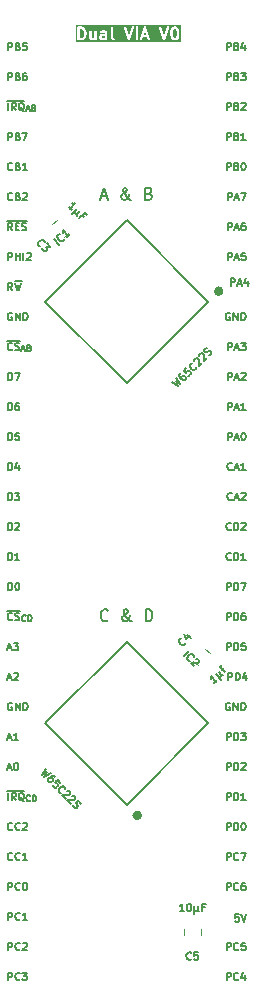
<source format=gto>
%TF.GenerationSoftware,KiCad,Pcbnew,8.0.4*%
%TF.CreationDate,2024-08-14T08:58:19+02:00*%
%TF.ProjectId,VIA Breakout,56494120-4272-4656-916b-6f75742e6b69,rev?*%
%TF.SameCoordinates,PX71d9820PY3efb0c0*%
%TF.FileFunction,Legend,Top*%
%TF.FilePolarity,Positive*%
%FSLAX46Y46*%
G04 Gerber Fmt 4.6, Leading zero omitted, Abs format (unit mm)*
G04 Created by KiCad (PCBNEW 8.0.4) date 2024-08-14 08:58:19*
%MOMM*%
%LPD*%
G01*
G04 APERTURE LIST*
%ADD10C,0.150000*%
%ADD11C,0.200000*%
%ADD12C,0.400000*%
%ADD13C,0.120000*%
G04 APERTURE END LIST*
D10*
X19894744Y-48545963D02*
X19894744Y-47910963D01*
X19894744Y-47910963D02*
X20136649Y-47910963D01*
X20136649Y-47910963D02*
X20197125Y-47941201D01*
X20197125Y-47941201D02*
X20227363Y-47971439D01*
X20227363Y-47971439D02*
X20257601Y-48031915D01*
X20257601Y-48031915D02*
X20257601Y-48122629D01*
X20257601Y-48122629D02*
X20227363Y-48183105D01*
X20227363Y-48183105D02*
X20197125Y-48213344D01*
X20197125Y-48213344D02*
X20136649Y-48243582D01*
X20136649Y-48243582D02*
X19894744Y-48243582D01*
X20529744Y-48545963D02*
X20529744Y-47910963D01*
X20529744Y-47910963D02*
X20680934Y-47910963D01*
X20680934Y-47910963D02*
X20771649Y-47941201D01*
X20771649Y-47941201D02*
X20832125Y-48001677D01*
X20832125Y-48001677D02*
X20862363Y-48062153D01*
X20862363Y-48062153D02*
X20892601Y-48183105D01*
X20892601Y-48183105D02*
X20892601Y-48273820D01*
X20892601Y-48273820D02*
X20862363Y-48394772D01*
X20862363Y-48394772D02*
X20832125Y-48455248D01*
X20832125Y-48455248D02*
X20771649Y-48515725D01*
X20771649Y-48515725D02*
X20680934Y-48545963D01*
X20680934Y-48545963D02*
X20529744Y-48545963D01*
X21436887Y-47910963D02*
X21315934Y-47910963D01*
X21315934Y-47910963D02*
X21255458Y-47941201D01*
X21255458Y-47941201D02*
X21225220Y-47971439D01*
X21225220Y-47971439D02*
X21164744Y-48062153D01*
X21164744Y-48062153D02*
X21134506Y-48183105D01*
X21134506Y-48183105D02*
X21134506Y-48425010D01*
X21134506Y-48425010D02*
X21164744Y-48485486D01*
X21164744Y-48485486D02*
X21194982Y-48515725D01*
X21194982Y-48515725D02*
X21255458Y-48545963D01*
X21255458Y-48545963D02*
X21376411Y-48545963D01*
X21376411Y-48545963D02*
X21436887Y-48515725D01*
X21436887Y-48515725D02*
X21467125Y-48485486D01*
X21467125Y-48485486D02*
X21497363Y-48425010D01*
X21497363Y-48425010D02*
X21497363Y-48273820D01*
X21497363Y-48273820D02*
X21467125Y-48213344D01*
X21467125Y-48213344D02*
X21436887Y-48183105D01*
X21436887Y-48183105D02*
X21376411Y-48152867D01*
X21376411Y-48152867D02*
X21255458Y-48152867D01*
X21255458Y-48152867D02*
X21194982Y-48183105D01*
X21194982Y-48183105D02*
X21164744Y-48213344D01*
X21164744Y-48213344D02*
X21134506Y-48273820D01*
X1392874Y-73945963D02*
X1392874Y-73310963D01*
X1392874Y-73310963D02*
X1634779Y-73310963D01*
X1634779Y-73310963D02*
X1695255Y-73341201D01*
X1695255Y-73341201D02*
X1725493Y-73371439D01*
X1725493Y-73371439D02*
X1755731Y-73431915D01*
X1755731Y-73431915D02*
X1755731Y-73522629D01*
X1755731Y-73522629D02*
X1725493Y-73583105D01*
X1725493Y-73583105D02*
X1695255Y-73613344D01*
X1695255Y-73613344D02*
X1634779Y-73643582D01*
X1634779Y-73643582D02*
X1392874Y-73643582D01*
X2390731Y-73885486D02*
X2360493Y-73915725D01*
X2360493Y-73915725D02*
X2269779Y-73945963D01*
X2269779Y-73945963D02*
X2209303Y-73945963D01*
X2209303Y-73945963D02*
X2118588Y-73915725D01*
X2118588Y-73915725D02*
X2058112Y-73855248D01*
X2058112Y-73855248D02*
X2027874Y-73794772D01*
X2027874Y-73794772D02*
X1997636Y-73673820D01*
X1997636Y-73673820D02*
X1997636Y-73583105D01*
X1997636Y-73583105D02*
X2027874Y-73462153D01*
X2027874Y-73462153D02*
X2058112Y-73401677D01*
X2058112Y-73401677D02*
X2118588Y-73341201D01*
X2118588Y-73341201D02*
X2209303Y-73310963D01*
X2209303Y-73310963D02*
X2269779Y-73310963D01*
X2269779Y-73310963D02*
X2360493Y-73341201D01*
X2360493Y-73341201D02*
X2390731Y-73371439D01*
X2995493Y-73945963D02*
X2632636Y-73945963D01*
X2814064Y-73945963D02*
X2814064Y-73310963D01*
X2814064Y-73310963D02*
X2753588Y-73401677D01*
X2753588Y-73401677D02*
X2693112Y-73462153D01*
X2693112Y-73462153D02*
X2632636Y-73492391D01*
X20257601Y-43405486D02*
X20227363Y-43435725D01*
X20227363Y-43435725D02*
X20136649Y-43465963D01*
X20136649Y-43465963D02*
X20076173Y-43465963D01*
X20076173Y-43465963D02*
X19985458Y-43435725D01*
X19985458Y-43435725D02*
X19924982Y-43375248D01*
X19924982Y-43375248D02*
X19894744Y-43314772D01*
X19894744Y-43314772D02*
X19864506Y-43193820D01*
X19864506Y-43193820D02*
X19864506Y-43103105D01*
X19864506Y-43103105D02*
X19894744Y-42982153D01*
X19894744Y-42982153D02*
X19924982Y-42921677D01*
X19924982Y-42921677D02*
X19985458Y-42861201D01*
X19985458Y-42861201D02*
X20076173Y-42830963D01*
X20076173Y-42830963D02*
X20136649Y-42830963D01*
X20136649Y-42830963D02*
X20227363Y-42861201D01*
X20227363Y-42861201D02*
X20257601Y-42891439D01*
X20529744Y-43465963D02*
X20529744Y-42830963D01*
X20529744Y-42830963D02*
X20680934Y-42830963D01*
X20680934Y-42830963D02*
X20771649Y-42861201D01*
X20771649Y-42861201D02*
X20832125Y-42921677D01*
X20832125Y-42921677D02*
X20862363Y-42982153D01*
X20862363Y-42982153D02*
X20892601Y-43103105D01*
X20892601Y-43103105D02*
X20892601Y-43193820D01*
X20892601Y-43193820D02*
X20862363Y-43314772D01*
X20862363Y-43314772D02*
X20832125Y-43375248D01*
X20832125Y-43375248D02*
X20771649Y-43435725D01*
X20771649Y-43435725D02*
X20680934Y-43465963D01*
X20680934Y-43465963D02*
X20529744Y-43465963D01*
X21497363Y-43465963D02*
X21134506Y-43465963D01*
X21315934Y-43465963D02*
X21315934Y-42830963D01*
X21315934Y-42830963D02*
X21255458Y-42921677D01*
X21255458Y-42921677D02*
X21194982Y-42982153D01*
X21194982Y-42982153D02*
X21134506Y-43012391D01*
X1755731Y-12925486D02*
X1725493Y-12955725D01*
X1725493Y-12955725D02*
X1634779Y-12985963D01*
X1634779Y-12985963D02*
X1574303Y-12985963D01*
X1574303Y-12985963D02*
X1483588Y-12955725D01*
X1483588Y-12955725D02*
X1423112Y-12895248D01*
X1423112Y-12895248D02*
X1392874Y-12834772D01*
X1392874Y-12834772D02*
X1362636Y-12713820D01*
X1362636Y-12713820D02*
X1362636Y-12623105D01*
X1362636Y-12623105D02*
X1392874Y-12502153D01*
X1392874Y-12502153D02*
X1423112Y-12441677D01*
X1423112Y-12441677D02*
X1483588Y-12381201D01*
X1483588Y-12381201D02*
X1574303Y-12350963D01*
X1574303Y-12350963D02*
X1634779Y-12350963D01*
X1634779Y-12350963D02*
X1725493Y-12381201D01*
X1725493Y-12381201D02*
X1755731Y-12411439D01*
X2239541Y-12653344D02*
X2330255Y-12683582D01*
X2330255Y-12683582D02*
X2360493Y-12713820D01*
X2360493Y-12713820D02*
X2390731Y-12774296D01*
X2390731Y-12774296D02*
X2390731Y-12865010D01*
X2390731Y-12865010D02*
X2360493Y-12925486D01*
X2360493Y-12925486D02*
X2330255Y-12955725D01*
X2330255Y-12955725D02*
X2269779Y-12985963D01*
X2269779Y-12985963D02*
X2027874Y-12985963D01*
X2027874Y-12985963D02*
X2027874Y-12350963D01*
X2027874Y-12350963D02*
X2239541Y-12350963D01*
X2239541Y-12350963D02*
X2300017Y-12381201D01*
X2300017Y-12381201D02*
X2330255Y-12411439D01*
X2330255Y-12411439D02*
X2360493Y-12471915D01*
X2360493Y-12471915D02*
X2360493Y-12532391D01*
X2360493Y-12532391D02*
X2330255Y-12592867D01*
X2330255Y-12592867D02*
X2300017Y-12623105D01*
X2300017Y-12623105D02*
X2239541Y-12653344D01*
X2239541Y-12653344D02*
X2027874Y-12653344D01*
X2632636Y-12411439D02*
X2662874Y-12381201D01*
X2662874Y-12381201D02*
X2723350Y-12350963D01*
X2723350Y-12350963D02*
X2874541Y-12350963D01*
X2874541Y-12350963D02*
X2935017Y-12381201D01*
X2935017Y-12381201D02*
X2965255Y-12411439D01*
X2965255Y-12411439D02*
X2995493Y-12471915D01*
X2995493Y-12471915D02*
X2995493Y-12532391D01*
X2995493Y-12532391D02*
X2965255Y-12623105D01*
X2965255Y-12623105D02*
X2602398Y-12985963D01*
X2602398Y-12985963D02*
X2995493Y-12985963D01*
X1392874Y-35845963D02*
X1392874Y-35210963D01*
X1392874Y-35210963D02*
X1544064Y-35210963D01*
X1544064Y-35210963D02*
X1634779Y-35241201D01*
X1634779Y-35241201D02*
X1695255Y-35301677D01*
X1695255Y-35301677D02*
X1725493Y-35362153D01*
X1725493Y-35362153D02*
X1755731Y-35483105D01*
X1755731Y-35483105D02*
X1755731Y-35573820D01*
X1755731Y-35573820D02*
X1725493Y-35694772D01*
X1725493Y-35694772D02*
X1695255Y-35755248D01*
X1695255Y-35755248D02*
X1634779Y-35815725D01*
X1634779Y-35815725D02*
X1544064Y-35845963D01*
X1544064Y-35845963D02*
X1392874Y-35845963D01*
X2300017Y-35422629D02*
X2300017Y-35845963D01*
X2148826Y-35180725D02*
X1997636Y-35634296D01*
X1997636Y-35634296D02*
X2390731Y-35634296D01*
X1755731Y-10385486D02*
X1725493Y-10415725D01*
X1725493Y-10415725D02*
X1634779Y-10445963D01*
X1634779Y-10445963D02*
X1574303Y-10445963D01*
X1574303Y-10445963D02*
X1483588Y-10415725D01*
X1483588Y-10415725D02*
X1423112Y-10355248D01*
X1423112Y-10355248D02*
X1392874Y-10294772D01*
X1392874Y-10294772D02*
X1362636Y-10173820D01*
X1362636Y-10173820D02*
X1362636Y-10083105D01*
X1362636Y-10083105D02*
X1392874Y-9962153D01*
X1392874Y-9962153D02*
X1423112Y-9901677D01*
X1423112Y-9901677D02*
X1483588Y-9841201D01*
X1483588Y-9841201D02*
X1574303Y-9810963D01*
X1574303Y-9810963D02*
X1634779Y-9810963D01*
X1634779Y-9810963D02*
X1725493Y-9841201D01*
X1725493Y-9841201D02*
X1755731Y-9871439D01*
X2239541Y-10113344D02*
X2330255Y-10143582D01*
X2330255Y-10143582D02*
X2360493Y-10173820D01*
X2360493Y-10173820D02*
X2390731Y-10234296D01*
X2390731Y-10234296D02*
X2390731Y-10325010D01*
X2390731Y-10325010D02*
X2360493Y-10385486D01*
X2360493Y-10385486D02*
X2330255Y-10415725D01*
X2330255Y-10415725D02*
X2269779Y-10445963D01*
X2269779Y-10445963D02*
X2027874Y-10445963D01*
X2027874Y-10445963D02*
X2027874Y-9810963D01*
X2027874Y-9810963D02*
X2239541Y-9810963D01*
X2239541Y-9810963D02*
X2300017Y-9841201D01*
X2300017Y-9841201D02*
X2330255Y-9871439D01*
X2330255Y-9871439D02*
X2360493Y-9931915D01*
X2360493Y-9931915D02*
X2360493Y-9992391D01*
X2360493Y-9992391D02*
X2330255Y-10052867D01*
X2330255Y-10052867D02*
X2300017Y-10083105D01*
X2300017Y-10083105D02*
X2239541Y-10113344D01*
X2239541Y-10113344D02*
X2027874Y-10113344D01*
X2995493Y-10445963D02*
X2632636Y-10445963D01*
X2814064Y-10445963D02*
X2814064Y-9810963D01*
X2814064Y-9810963D02*
X2753588Y-9901677D01*
X2753588Y-9901677D02*
X2693112Y-9962153D01*
X2693112Y-9962153D02*
X2632636Y-9992391D01*
X1755731Y-68805486D02*
X1725493Y-68835725D01*
X1725493Y-68835725D02*
X1634779Y-68865963D01*
X1634779Y-68865963D02*
X1574303Y-68865963D01*
X1574303Y-68865963D02*
X1483588Y-68835725D01*
X1483588Y-68835725D02*
X1423112Y-68775248D01*
X1423112Y-68775248D02*
X1392874Y-68714772D01*
X1392874Y-68714772D02*
X1362636Y-68593820D01*
X1362636Y-68593820D02*
X1362636Y-68503105D01*
X1362636Y-68503105D02*
X1392874Y-68382153D01*
X1392874Y-68382153D02*
X1423112Y-68321677D01*
X1423112Y-68321677D02*
X1483588Y-68261201D01*
X1483588Y-68261201D02*
X1574303Y-68230963D01*
X1574303Y-68230963D02*
X1634779Y-68230963D01*
X1634779Y-68230963D02*
X1725493Y-68261201D01*
X1725493Y-68261201D02*
X1755731Y-68291439D01*
X2390731Y-68805486D02*
X2360493Y-68835725D01*
X2360493Y-68835725D02*
X2269779Y-68865963D01*
X2269779Y-68865963D02*
X2209303Y-68865963D01*
X2209303Y-68865963D02*
X2118588Y-68835725D01*
X2118588Y-68835725D02*
X2058112Y-68775248D01*
X2058112Y-68775248D02*
X2027874Y-68714772D01*
X2027874Y-68714772D02*
X1997636Y-68593820D01*
X1997636Y-68593820D02*
X1997636Y-68503105D01*
X1997636Y-68503105D02*
X2027874Y-68382153D01*
X2027874Y-68382153D02*
X2058112Y-68321677D01*
X2058112Y-68321677D02*
X2118588Y-68261201D01*
X2118588Y-68261201D02*
X2209303Y-68230963D01*
X2209303Y-68230963D02*
X2269779Y-68230963D01*
X2269779Y-68230963D02*
X2360493Y-68261201D01*
X2360493Y-68261201D02*
X2390731Y-68291439D01*
X2995493Y-68865963D02*
X2632636Y-68865963D01*
X2814064Y-68865963D02*
X2814064Y-68230963D01*
X2814064Y-68230963D02*
X2753588Y-68321677D01*
X2753588Y-68321677D02*
X2693112Y-68382153D01*
X2693112Y-68382153D02*
X2632636Y-68412391D01*
D11*
G36*
X7693455Y1505760D02*
G01*
X7760528Y1438687D01*
X7795980Y1367782D01*
X7837951Y1199901D01*
X7837951Y1081663D01*
X7795980Y913782D01*
X7760527Y842876D01*
X7693456Y775803D01*
X7588391Y740781D01*
X7466523Y740781D01*
X7466523Y1540781D01*
X7588391Y1540781D01*
X7693455Y1505760D01*
G37*
G36*
X9599856Y750204D02*
G01*
X9581011Y740781D01*
X9390130Y740781D01*
X9345820Y762936D01*
X9323666Y807246D01*
X9323666Y855270D01*
X9345821Y899580D01*
X9390130Y921734D01*
X9599856Y921734D01*
X9599856Y750204D01*
G37*
G36*
X15593002Y1510976D02*
G01*
X15617671Y1486308D01*
X15653124Y1415401D01*
X15695095Y1247520D01*
X15695095Y1034044D01*
X15653124Y866163D01*
X15617671Y795257D01*
X15593002Y770587D01*
X15533393Y740781D01*
X15485369Y740781D01*
X15425759Y770586D01*
X15401092Y795254D01*
X15365637Y866163D01*
X15323667Y1034044D01*
X15323667Y1247519D01*
X15365637Y1415401D01*
X15401091Y1486308D01*
X15425759Y1510977D01*
X15485369Y1540781D01*
X15533393Y1540781D01*
X15593002Y1510976D01*
G37*
G36*
X13084924Y1026496D02*
G01*
X12886219Y1026496D01*
X12985571Y1324554D01*
X13084924Y1026496D01*
G37*
G36*
X16006206Y429670D02*
G01*
X7155412Y429670D01*
X7155412Y1640781D01*
X7266523Y1640781D01*
X7266523Y640781D01*
X7268444Y621272D01*
X7283376Y585224D01*
X7310966Y557634D01*
X7347014Y542702D01*
X7366523Y540781D01*
X7604618Y540781D01*
X7614491Y541754D01*
X7617125Y541566D01*
X7620588Y542354D01*
X7624127Y542702D01*
X7626569Y543714D01*
X7636241Y545913D01*
X7779097Y593532D01*
X7796998Y601523D01*
X7799713Y603878D01*
X7803033Y605253D01*
X7818186Y617690D01*
X7913424Y712929D01*
X7919716Y720596D01*
X7921713Y722327D01*
X7923606Y725335D01*
X7925861Y728082D01*
X7926872Y730524D01*
X7932156Y738918D01*
X7979775Y834155D01*
X7980321Y835584D01*
X7980751Y836163D01*
X7983672Y844340D01*
X7986781Y852464D01*
X7986832Y853185D01*
X7987346Y854623D01*
X8034965Y1045099D01*
X8035465Y1048481D01*
X8036030Y1049844D01*
X8036753Y1057195D01*
X8037833Y1064492D01*
X8037615Y1065951D01*
X8037951Y1069353D01*
X8037951Y1212210D01*
X8037615Y1215613D01*
X8037833Y1217071D01*
X8036753Y1224369D01*
X8036030Y1231719D01*
X8035465Y1233083D01*
X8034965Y1236464D01*
X8017219Y1307448D01*
X8266523Y1307448D01*
X8266523Y783639D01*
X8268444Y764130D01*
X8269819Y760810D01*
X8270074Y757227D01*
X8277080Y738918D01*
X8324699Y643679D01*
X8326752Y640416D01*
X8327266Y638877D01*
X8328928Y636961D01*
X8335142Y627089D01*
X8344613Y618875D01*
X8352830Y609400D01*
X8362700Y603188D01*
X8364618Y601524D01*
X8366158Y601011D01*
X8369421Y598957D01*
X8464658Y551338D01*
X8482967Y544332D01*
X8486550Y544078D01*
X8489871Y542702D01*
X8509380Y540781D01*
X8652237Y540781D01*
X8671746Y542702D01*
X8675066Y544078D01*
X8678650Y544332D01*
X8696958Y551338D01*
X8729541Y567630D01*
X8739537Y557634D01*
X8775585Y542702D01*
X8814603Y542702D01*
X8850651Y557634D01*
X8878241Y585224D01*
X8893173Y621272D01*
X8895094Y640781D01*
X8895094Y878877D01*
X9123666Y878877D01*
X9123666Y783639D01*
X9125587Y764130D01*
X9126962Y760810D01*
X9127217Y757227D01*
X9134223Y738918D01*
X9181842Y643679D01*
X9183895Y640416D01*
X9184409Y638877D01*
X9186071Y636961D01*
X9192285Y627089D01*
X9201756Y618875D01*
X9209973Y609400D01*
X9219843Y603188D01*
X9221761Y601524D01*
X9223301Y601011D01*
X9226564Y598957D01*
X9321801Y551338D01*
X9340110Y544332D01*
X9343693Y544078D01*
X9347014Y542702D01*
X9366523Y540781D01*
X9604618Y540781D01*
X9624127Y542702D01*
X9627447Y544078D01*
X9631031Y544332D01*
X9649339Y551338D01*
X9653942Y553640D01*
X9680347Y542702D01*
X9719365Y542702D01*
X9755413Y557634D01*
X9783003Y585224D01*
X9797935Y621272D01*
X9799856Y640781D01*
X9799856Y1164591D01*
X9797935Y1184100D01*
X9796559Y1187421D01*
X9796305Y1191004D01*
X9789299Y1209313D01*
X9741680Y1304550D01*
X9739625Y1307814D01*
X9739113Y1309352D01*
X9737451Y1311268D01*
X9731237Y1321141D01*
X9721761Y1329359D01*
X9713548Y1338829D01*
X9703676Y1345043D01*
X9701760Y1346705D01*
X9700221Y1347219D01*
X9696958Y1349272D01*
X9601720Y1396891D01*
X9583412Y1403897D01*
X9579828Y1404152D01*
X9576508Y1405527D01*
X9556999Y1407448D01*
X9366523Y1407448D01*
X9347014Y1405527D01*
X9343693Y1404152D01*
X9340110Y1403897D01*
X9321801Y1396891D01*
X9226564Y1349272D01*
X9209973Y1338829D01*
X9184409Y1309352D01*
X9172070Y1272336D01*
X9174836Y1233416D01*
X9192285Y1198517D01*
X9221762Y1172953D01*
X9258778Y1160614D01*
X9297698Y1163380D01*
X9316006Y1170386D01*
X9390130Y1207448D01*
X9533392Y1207448D01*
X9577701Y1185293D01*
X9599856Y1140984D01*
X9599856Y1131157D01*
X9581011Y1121734D01*
X9366523Y1121734D01*
X9347014Y1119813D01*
X9343693Y1118438D01*
X9340110Y1118183D01*
X9321801Y1111177D01*
X9226564Y1063558D01*
X9223300Y1061504D01*
X9221762Y1060991D01*
X9219846Y1059330D01*
X9209973Y1053115D01*
X9201755Y1043640D01*
X9192285Y1035426D01*
X9186071Y1025555D01*
X9184409Y1023638D01*
X9183895Y1022100D01*
X9181842Y1018836D01*
X9134223Y923598D01*
X9127217Y905290D01*
X9126962Y901707D01*
X9125587Y898386D01*
X9123666Y878877D01*
X8895094Y878877D01*
X8895094Y1307448D01*
X8893173Y1326957D01*
X8878241Y1363005D01*
X8850651Y1390595D01*
X8814603Y1405527D01*
X8775585Y1405527D01*
X8739537Y1390595D01*
X8711947Y1363005D01*
X8697015Y1326957D01*
X8695094Y1307448D01*
X8695094Y777441D01*
X8688239Y770587D01*
X8628630Y740781D01*
X8532987Y740781D01*
X8488677Y762936D01*
X8466523Y807246D01*
X8466523Y1307448D01*
X8464602Y1326957D01*
X8449670Y1363005D01*
X8422080Y1390595D01*
X8386032Y1405527D01*
X8347014Y1405527D01*
X8310966Y1390595D01*
X8283376Y1363005D01*
X8268444Y1326957D01*
X8266523Y1307448D01*
X8017219Y1307448D01*
X7987346Y1426940D01*
X7986832Y1428379D01*
X7986781Y1429099D01*
X7983672Y1437224D01*
X7980751Y1445400D01*
X7980321Y1445980D01*
X7979775Y1447408D01*
X7932156Y1542645D01*
X7926869Y1551044D01*
X7925860Y1553481D01*
X7923608Y1556225D01*
X7921713Y1559236D01*
X7919715Y1560969D01*
X7913424Y1568635D01*
X7841278Y1640781D01*
X10076047Y1640781D01*
X10076047Y783639D01*
X10077968Y764130D01*
X10079343Y760810D01*
X10079598Y757227D01*
X10086604Y738918D01*
X10134223Y643679D01*
X10136276Y640416D01*
X10136790Y638877D01*
X10138452Y636961D01*
X10144666Y627089D01*
X10154137Y618875D01*
X10162354Y609400D01*
X10172224Y603188D01*
X10174142Y601524D01*
X10175682Y601011D01*
X10178945Y598957D01*
X10274182Y551338D01*
X10292491Y544332D01*
X10331411Y541566D01*
X10368427Y553905D01*
X10397904Y579470D01*
X10415353Y614368D01*
X10418118Y653288D01*
X10405780Y690304D01*
X10380215Y719781D01*
X10363625Y730224D01*
X10298201Y762936D01*
X10276047Y807246D01*
X10276047Y1628274D01*
X11219690Y1628274D01*
X11224037Y1609158D01*
X11557370Y609159D01*
X11565361Y591258D01*
X11570044Y585859D01*
X11573239Y579469D01*
X11582710Y571254D01*
X11590926Y561782D01*
X11597314Y558588D01*
X11602715Y553904D01*
X11614616Y549937D01*
X11625825Y544333D01*
X11632949Y543827D01*
X11639731Y541566D01*
X11652240Y542456D01*
X11664745Y541566D01*
X11671523Y543826D01*
X11678651Y544332D01*
X11689867Y549941D01*
X11701761Y553905D01*
X11707158Y558586D01*
X11713550Y561782D01*
X11721768Y571258D01*
X11731237Y579470D01*
X11734430Y585857D01*
X11739115Y591258D01*
X11747106Y609158D01*
X12080439Y1609158D01*
X12084786Y1628273D01*
X12083897Y1640781D01*
X12218905Y1640781D01*
X12218905Y640781D01*
X12220826Y621272D01*
X12235758Y585224D01*
X12263348Y557634D01*
X12299396Y542702D01*
X12338414Y542702D01*
X12374462Y557634D01*
X12402052Y585224D01*
X12416984Y621272D01*
X12418905Y640781D01*
X12418905Y653288D01*
X12553023Y653288D01*
X12555789Y614368D01*
X12573239Y579469D01*
X12602715Y553904D01*
X12639731Y541566D01*
X12678651Y544332D01*
X12713550Y561782D01*
X12739115Y591258D01*
X12747106Y609158D01*
X12819552Y826496D01*
X13151590Y826496D01*
X13224036Y609159D01*
X13232027Y591258D01*
X13257592Y561782D01*
X13292491Y544333D01*
X13331411Y541566D01*
X13368427Y553905D01*
X13397903Y579470D01*
X13415353Y614369D01*
X13418119Y653289D01*
X13413772Y672404D01*
X13095149Y1628274D01*
X14172071Y1628274D01*
X14176418Y1609158D01*
X14509751Y609159D01*
X14517742Y591258D01*
X14522425Y585859D01*
X14525620Y579469D01*
X14535091Y571254D01*
X14543307Y561782D01*
X14549695Y558588D01*
X14555096Y553904D01*
X14566997Y549937D01*
X14578206Y544333D01*
X14585330Y543827D01*
X14592112Y541566D01*
X14604621Y542456D01*
X14617126Y541566D01*
X14623904Y543826D01*
X14631032Y544332D01*
X14642248Y549941D01*
X14654142Y553905D01*
X14659539Y558586D01*
X14665931Y561782D01*
X14674149Y571258D01*
X14683618Y579470D01*
X14686811Y585857D01*
X14691496Y591258D01*
X14699487Y609158D01*
X14916377Y1259829D01*
X15123667Y1259829D01*
X15123667Y1021734D01*
X15124002Y1018332D01*
X15123785Y1016873D01*
X15124864Y1009576D01*
X15125588Y1002225D01*
X15126152Y1000862D01*
X15126653Y997480D01*
X15174272Y807005D01*
X15174785Y805568D01*
X15174837Y804845D01*
X15177945Y796721D01*
X15180867Y788544D01*
X15181297Y787964D01*
X15181843Y786537D01*
X15229462Y691299D01*
X15234745Y682907D01*
X15235757Y680463D01*
X15238013Y677714D01*
X15239905Y674709D01*
X15241899Y672980D01*
X15248194Y665310D01*
X15295812Y617690D01*
X15303480Y611397D01*
X15305212Y609400D01*
X15308220Y607507D01*
X15310966Y605253D01*
X15313406Y604243D01*
X15321803Y598957D01*
X15417040Y551338D01*
X15435349Y544332D01*
X15438932Y544078D01*
X15442253Y542702D01*
X15461762Y540781D01*
X15557000Y540781D01*
X15576509Y542702D01*
X15579829Y544078D01*
X15583413Y544332D01*
X15601721Y551338D01*
X15696959Y598957D01*
X15705354Y604242D01*
X15707796Y605253D01*
X15710543Y607509D01*
X15713549Y609400D01*
X15715279Y611395D01*
X15722949Y617690D01*
X15770568Y665310D01*
X15776860Y672977D01*
X15778857Y674708D01*
X15780750Y677716D01*
X15783005Y680463D01*
X15784016Y682905D01*
X15789300Y691299D01*
X15836919Y786536D01*
X15837465Y787965D01*
X15837895Y788544D01*
X15840816Y796721D01*
X15843925Y804845D01*
X15843976Y805566D01*
X15844490Y807004D01*
X15892109Y997480D01*
X15892609Y1000862D01*
X15893174Y1002225D01*
X15893897Y1009576D01*
X15894977Y1016873D01*
X15894759Y1018332D01*
X15895095Y1021734D01*
X15895095Y1259829D01*
X15894759Y1263232D01*
X15894977Y1264690D01*
X15893897Y1271988D01*
X15893174Y1279338D01*
X15892609Y1280702D01*
X15892109Y1284083D01*
X15844490Y1474559D01*
X15843976Y1475998D01*
X15843925Y1476718D01*
X15840816Y1484843D01*
X15837895Y1493019D01*
X15837465Y1493599D01*
X15836919Y1495027D01*
X15789300Y1590264D01*
X15784014Y1598661D01*
X15783004Y1601101D01*
X15780750Y1603847D01*
X15778857Y1606855D01*
X15776859Y1608588D01*
X15770567Y1616254D01*
X15722949Y1663873D01*
X15715278Y1670168D01*
X15713549Y1672162D01*
X15710541Y1674056D01*
X15707795Y1676309D01*
X15705355Y1677320D01*
X15696959Y1682605D01*
X15601721Y1730224D01*
X15583413Y1737230D01*
X15579829Y1737485D01*
X15576509Y1738860D01*
X15557000Y1740781D01*
X15461762Y1740781D01*
X15442253Y1738860D01*
X15438932Y1737485D01*
X15435349Y1737230D01*
X15417040Y1730224D01*
X15321803Y1682605D01*
X15313406Y1677320D01*
X15310966Y1676309D01*
X15308220Y1674056D01*
X15305212Y1672162D01*
X15303479Y1670165D01*
X15295813Y1663872D01*
X15248194Y1616254D01*
X15241899Y1608584D01*
X15239905Y1606854D01*
X15238011Y1603847D01*
X15235758Y1601100D01*
X15234747Y1598661D01*
X15229462Y1590264D01*
X15181843Y1495026D01*
X15181297Y1493600D01*
X15180867Y1493019D01*
X15177945Y1484843D01*
X15174837Y1476718D01*
X15174785Y1475996D01*
X15174272Y1474558D01*
X15126653Y1284083D01*
X15126152Y1280702D01*
X15125588Y1279338D01*
X15124864Y1271988D01*
X15123785Y1264690D01*
X15124002Y1263232D01*
X15123667Y1259829D01*
X14916377Y1259829D01*
X15032820Y1609158D01*
X15037167Y1628273D01*
X15034401Y1667193D01*
X15016951Y1702092D01*
X14987475Y1727657D01*
X14950459Y1739996D01*
X14911539Y1737229D01*
X14876640Y1719780D01*
X14851075Y1690304D01*
X14843084Y1672403D01*
X14604619Y957009D01*
X14366154Y1672404D01*
X14358163Y1690304D01*
X14332598Y1719780D01*
X14297699Y1737230D01*
X14258779Y1739996D01*
X14221763Y1727658D01*
X14192287Y1702093D01*
X14174837Y1667194D01*
X14172071Y1628274D01*
X13095149Y1628274D01*
X13080439Y1672404D01*
X13072448Y1690304D01*
X13067763Y1695706D01*
X13064570Y1702092D01*
X13055101Y1710305D01*
X13046883Y1719780D01*
X13040491Y1722977D01*
X13035094Y1727657D01*
X13023200Y1731622D01*
X13011984Y1737230D01*
X13004856Y1737737D01*
X12998078Y1739996D01*
X12985573Y1739107D01*
X12973064Y1739996D01*
X12966282Y1737736D01*
X12959158Y1737229D01*
X12947949Y1731626D01*
X12936048Y1727658D01*
X12930647Y1722975D01*
X12924259Y1719780D01*
X12916043Y1710309D01*
X12906572Y1702093D01*
X12903377Y1695704D01*
X12898694Y1690304D01*
X12890703Y1672403D01*
X12557370Y672404D01*
X12553023Y653288D01*
X12418905Y653288D01*
X12418905Y1640781D01*
X12416984Y1660290D01*
X12402052Y1696338D01*
X12374462Y1723928D01*
X12338414Y1738860D01*
X12299396Y1738860D01*
X12263348Y1723928D01*
X12235758Y1696338D01*
X12220826Y1660290D01*
X12218905Y1640781D01*
X12083897Y1640781D01*
X12082020Y1667193D01*
X12064570Y1702092D01*
X12035094Y1727657D01*
X11998078Y1739996D01*
X11959158Y1737229D01*
X11924259Y1719780D01*
X11898694Y1690304D01*
X11890703Y1672403D01*
X11652238Y957009D01*
X11413773Y1672404D01*
X11405782Y1690304D01*
X11380217Y1719780D01*
X11345318Y1737230D01*
X11306398Y1739996D01*
X11269382Y1727658D01*
X11239906Y1702093D01*
X11222456Y1667194D01*
X11219690Y1628274D01*
X10276047Y1628274D01*
X10276047Y1640781D01*
X10274126Y1660290D01*
X10259194Y1696338D01*
X10231604Y1723928D01*
X10195556Y1738860D01*
X10156538Y1738860D01*
X10120490Y1723928D01*
X10092900Y1696338D01*
X10077968Y1660290D01*
X10076047Y1640781D01*
X7841278Y1640781D01*
X7818186Y1663873D01*
X7803032Y1676309D01*
X7799713Y1677684D01*
X7796998Y1680039D01*
X7779097Y1688030D01*
X7636241Y1735649D01*
X7626569Y1737849D01*
X7624127Y1738860D01*
X7620588Y1739209D01*
X7617125Y1739996D01*
X7614491Y1739809D01*
X7604618Y1740781D01*
X7366523Y1740781D01*
X7347014Y1738860D01*
X7310966Y1723928D01*
X7283376Y1696338D01*
X7268444Y1660290D01*
X7266523Y1640781D01*
X7155412Y1640781D01*
X7155412Y1851892D01*
X16006206Y1851892D01*
X16006206Y429670D01*
G37*
D10*
X19985458Y-15525963D02*
X19985458Y-14890963D01*
X19985458Y-14890963D02*
X20227363Y-14890963D01*
X20227363Y-14890963D02*
X20287839Y-14921201D01*
X20287839Y-14921201D02*
X20318077Y-14951439D01*
X20318077Y-14951439D02*
X20348315Y-15011915D01*
X20348315Y-15011915D02*
X20348315Y-15102629D01*
X20348315Y-15102629D02*
X20318077Y-15163105D01*
X20318077Y-15163105D02*
X20287839Y-15193344D01*
X20287839Y-15193344D02*
X20227363Y-15223582D01*
X20227363Y-15223582D02*
X19985458Y-15223582D01*
X20590220Y-15344534D02*
X20892601Y-15344534D01*
X20529744Y-15525963D02*
X20741410Y-14890963D01*
X20741410Y-14890963D02*
X20953077Y-15525963D01*
X21436887Y-14890963D02*
X21315934Y-14890963D01*
X21315934Y-14890963D02*
X21255458Y-14921201D01*
X21255458Y-14921201D02*
X21225220Y-14951439D01*
X21225220Y-14951439D02*
X21164744Y-15042153D01*
X21164744Y-15042153D02*
X21134506Y-15163105D01*
X21134506Y-15163105D02*
X21134506Y-15405010D01*
X21134506Y-15405010D02*
X21164744Y-15465486D01*
X21164744Y-15465486D02*
X21194982Y-15495725D01*
X21194982Y-15495725D02*
X21255458Y-15525963D01*
X21255458Y-15525963D02*
X21376411Y-15525963D01*
X21376411Y-15525963D02*
X21436887Y-15495725D01*
X21436887Y-15495725D02*
X21467125Y-15465486D01*
X21467125Y-15465486D02*
X21497363Y-15405010D01*
X21497363Y-15405010D02*
X21497363Y-15253820D01*
X21497363Y-15253820D02*
X21467125Y-15193344D01*
X21467125Y-15193344D02*
X21436887Y-15163105D01*
X21436887Y-15163105D02*
X21376411Y-15132867D01*
X21376411Y-15132867D02*
X21255458Y-15132867D01*
X21255458Y-15132867D02*
X21194982Y-15163105D01*
X21194982Y-15163105D02*
X21164744Y-15193344D01*
X21164744Y-15193344D02*
X21134506Y-15253820D01*
X19894744Y-63785963D02*
X19894744Y-63150963D01*
X19894744Y-63150963D02*
X20136649Y-63150963D01*
X20136649Y-63150963D02*
X20197125Y-63181201D01*
X20197125Y-63181201D02*
X20227363Y-63211439D01*
X20227363Y-63211439D02*
X20257601Y-63271915D01*
X20257601Y-63271915D02*
X20257601Y-63362629D01*
X20257601Y-63362629D02*
X20227363Y-63423105D01*
X20227363Y-63423105D02*
X20197125Y-63453344D01*
X20197125Y-63453344D02*
X20136649Y-63483582D01*
X20136649Y-63483582D02*
X19894744Y-63483582D01*
X20529744Y-63785963D02*
X20529744Y-63150963D01*
X20529744Y-63150963D02*
X20680934Y-63150963D01*
X20680934Y-63150963D02*
X20771649Y-63181201D01*
X20771649Y-63181201D02*
X20832125Y-63241677D01*
X20832125Y-63241677D02*
X20862363Y-63302153D01*
X20862363Y-63302153D02*
X20892601Y-63423105D01*
X20892601Y-63423105D02*
X20892601Y-63513820D01*
X20892601Y-63513820D02*
X20862363Y-63634772D01*
X20862363Y-63634772D02*
X20832125Y-63695248D01*
X20832125Y-63695248D02*
X20771649Y-63755725D01*
X20771649Y-63755725D02*
X20680934Y-63785963D01*
X20680934Y-63785963D02*
X20529744Y-63785963D01*
X21497363Y-63785963D02*
X21134506Y-63785963D01*
X21315934Y-63785963D02*
X21315934Y-63150963D01*
X21315934Y-63150963D02*
X21255458Y-63241677D01*
X21255458Y-63241677D02*
X21194982Y-63302153D01*
X21194982Y-63302153D02*
X21134506Y-63332391D01*
X1392874Y-28225963D02*
X1392874Y-27590963D01*
X1392874Y-27590963D02*
X1544064Y-27590963D01*
X1544064Y-27590963D02*
X1634779Y-27621201D01*
X1634779Y-27621201D02*
X1695255Y-27681677D01*
X1695255Y-27681677D02*
X1725493Y-27742153D01*
X1725493Y-27742153D02*
X1755731Y-27863105D01*
X1755731Y-27863105D02*
X1755731Y-27953820D01*
X1755731Y-27953820D02*
X1725493Y-28074772D01*
X1725493Y-28074772D02*
X1695255Y-28135248D01*
X1695255Y-28135248D02*
X1634779Y-28195725D01*
X1634779Y-28195725D02*
X1544064Y-28225963D01*
X1544064Y-28225963D02*
X1392874Y-28225963D01*
X1967398Y-27590963D02*
X2390731Y-27590963D01*
X2390731Y-27590963D02*
X2118588Y-28225963D01*
X1392874Y-71405963D02*
X1392874Y-70770963D01*
X1392874Y-70770963D02*
X1634779Y-70770963D01*
X1634779Y-70770963D02*
X1695255Y-70801201D01*
X1695255Y-70801201D02*
X1725493Y-70831439D01*
X1725493Y-70831439D02*
X1755731Y-70891915D01*
X1755731Y-70891915D02*
X1755731Y-70982629D01*
X1755731Y-70982629D02*
X1725493Y-71043105D01*
X1725493Y-71043105D02*
X1695255Y-71073344D01*
X1695255Y-71073344D02*
X1634779Y-71103582D01*
X1634779Y-71103582D02*
X1392874Y-71103582D01*
X2390731Y-71345486D02*
X2360493Y-71375725D01*
X2360493Y-71375725D02*
X2269779Y-71405963D01*
X2269779Y-71405963D02*
X2209303Y-71405963D01*
X2209303Y-71405963D02*
X2118588Y-71375725D01*
X2118588Y-71375725D02*
X2058112Y-71315248D01*
X2058112Y-71315248D02*
X2027874Y-71254772D01*
X2027874Y-71254772D02*
X1997636Y-71133820D01*
X1997636Y-71133820D02*
X1997636Y-71043105D01*
X1997636Y-71043105D02*
X2027874Y-70922153D01*
X2027874Y-70922153D02*
X2058112Y-70861677D01*
X2058112Y-70861677D02*
X2118588Y-70801201D01*
X2118588Y-70801201D02*
X2209303Y-70770963D01*
X2209303Y-70770963D02*
X2269779Y-70770963D01*
X2269779Y-70770963D02*
X2360493Y-70801201D01*
X2360493Y-70801201D02*
X2390731Y-70831439D01*
X2783826Y-70770963D02*
X2844303Y-70770963D01*
X2844303Y-70770963D02*
X2904779Y-70801201D01*
X2904779Y-70801201D02*
X2935017Y-70831439D01*
X2935017Y-70831439D02*
X2965255Y-70891915D01*
X2965255Y-70891915D02*
X2995493Y-71012867D01*
X2995493Y-71012867D02*
X2995493Y-71164058D01*
X2995493Y-71164058D02*
X2965255Y-71285010D01*
X2965255Y-71285010D02*
X2935017Y-71345486D01*
X2935017Y-71345486D02*
X2904779Y-71375725D01*
X2904779Y-71375725D02*
X2844303Y-71405963D01*
X2844303Y-71405963D02*
X2783826Y-71405963D01*
X2783826Y-71405963D02*
X2723350Y-71375725D01*
X2723350Y-71375725D02*
X2693112Y-71345486D01*
X2693112Y-71345486D02*
X2662874Y-71285010D01*
X2662874Y-71285010D02*
X2632636Y-71164058D01*
X2632636Y-71164058D02*
X2632636Y-71012867D01*
X2632636Y-71012867D02*
X2662874Y-70891915D01*
X2662874Y-70891915D02*
X2693112Y-70831439D01*
X2693112Y-70831439D02*
X2723350Y-70801201D01*
X2723350Y-70801201D02*
X2783826Y-70770963D01*
X1755731Y-20605963D02*
X1544064Y-20303582D01*
X1392874Y-20605963D02*
X1392874Y-19970963D01*
X1392874Y-19970963D02*
X1634779Y-19970963D01*
X1634779Y-19970963D02*
X1695255Y-20001201D01*
X1695255Y-20001201D02*
X1725493Y-20031439D01*
X1725493Y-20031439D02*
X1755731Y-20091915D01*
X1755731Y-20091915D02*
X1755731Y-20182629D01*
X1755731Y-20182629D02*
X1725493Y-20243105D01*
X1725493Y-20243105D02*
X1695255Y-20273344D01*
X1695255Y-20273344D02*
X1634779Y-20303582D01*
X1634779Y-20303582D02*
X1392874Y-20303582D01*
X1967398Y-19970963D02*
X2118588Y-20605963D01*
X2118588Y-20605963D02*
X2239541Y-20152391D01*
X2239541Y-20152391D02*
X2360493Y-20605963D01*
X2360493Y-20605963D02*
X2511684Y-19970963D01*
X1940184Y-19794675D02*
X2538898Y-19794675D01*
X19894744Y-46005963D02*
X19894744Y-45370963D01*
X19894744Y-45370963D02*
X20136649Y-45370963D01*
X20136649Y-45370963D02*
X20197125Y-45401201D01*
X20197125Y-45401201D02*
X20227363Y-45431439D01*
X20227363Y-45431439D02*
X20257601Y-45491915D01*
X20257601Y-45491915D02*
X20257601Y-45582629D01*
X20257601Y-45582629D02*
X20227363Y-45643105D01*
X20227363Y-45643105D02*
X20197125Y-45673344D01*
X20197125Y-45673344D02*
X20136649Y-45703582D01*
X20136649Y-45703582D02*
X19894744Y-45703582D01*
X20529744Y-46005963D02*
X20529744Y-45370963D01*
X20529744Y-45370963D02*
X20680934Y-45370963D01*
X20680934Y-45370963D02*
X20771649Y-45401201D01*
X20771649Y-45401201D02*
X20832125Y-45461677D01*
X20832125Y-45461677D02*
X20862363Y-45522153D01*
X20862363Y-45522153D02*
X20892601Y-45643105D01*
X20892601Y-45643105D02*
X20892601Y-45733820D01*
X20892601Y-45733820D02*
X20862363Y-45854772D01*
X20862363Y-45854772D02*
X20832125Y-45915248D01*
X20832125Y-45915248D02*
X20771649Y-45975725D01*
X20771649Y-45975725D02*
X20680934Y-46005963D01*
X20680934Y-46005963D02*
X20529744Y-46005963D01*
X21104268Y-45370963D02*
X21527601Y-45370963D01*
X21527601Y-45370963D02*
X21255458Y-46005963D01*
D11*
X9858571Y-48539980D02*
X9810952Y-48587600D01*
X9810952Y-48587600D02*
X9668095Y-48635219D01*
X9668095Y-48635219D02*
X9572857Y-48635219D01*
X9572857Y-48635219D02*
X9430000Y-48587600D01*
X9430000Y-48587600D02*
X9334762Y-48492361D01*
X9334762Y-48492361D02*
X9287143Y-48397123D01*
X9287143Y-48397123D02*
X9239524Y-48206647D01*
X9239524Y-48206647D02*
X9239524Y-48063790D01*
X9239524Y-48063790D02*
X9287143Y-47873314D01*
X9287143Y-47873314D02*
X9334762Y-47778076D01*
X9334762Y-47778076D02*
X9430000Y-47682838D01*
X9430000Y-47682838D02*
X9572857Y-47635219D01*
X9572857Y-47635219D02*
X9668095Y-47635219D01*
X9668095Y-47635219D02*
X9810952Y-47682838D01*
X9810952Y-47682838D02*
X9858571Y-47730457D01*
X11858572Y-48635219D02*
X11810953Y-48635219D01*
X11810953Y-48635219D02*
X11715714Y-48587600D01*
X11715714Y-48587600D02*
X11572857Y-48444742D01*
X11572857Y-48444742D02*
X11334762Y-48159028D01*
X11334762Y-48159028D02*
X11239524Y-48016171D01*
X11239524Y-48016171D02*
X11191905Y-47873314D01*
X11191905Y-47873314D02*
X11191905Y-47778076D01*
X11191905Y-47778076D02*
X11239524Y-47682838D01*
X11239524Y-47682838D02*
X11334762Y-47635219D01*
X11334762Y-47635219D02*
X11382381Y-47635219D01*
X11382381Y-47635219D02*
X11477619Y-47682838D01*
X11477619Y-47682838D02*
X11525238Y-47778076D01*
X11525238Y-47778076D02*
X11525238Y-47825695D01*
X11525238Y-47825695D02*
X11477619Y-47920933D01*
X11477619Y-47920933D02*
X11430000Y-47968552D01*
X11430000Y-47968552D02*
X11144286Y-48159028D01*
X11144286Y-48159028D02*
X11096667Y-48206647D01*
X11096667Y-48206647D02*
X11049048Y-48301885D01*
X11049048Y-48301885D02*
X11049048Y-48444742D01*
X11049048Y-48444742D02*
X11096667Y-48539980D01*
X11096667Y-48539980D02*
X11144286Y-48587600D01*
X11144286Y-48587600D02*
X11239524Y-48635219D01*
X11239524Y-48635219D02*
X11382381Y-48635219D01*
X11382381Y-48635219D02*
X11477619Y-48587600D01*
X11477619Y-48587600D02*
X11525238Y-48539980D01*
X11525238Y-48539980D02*
X11668095Y-48349504D01*
X11668095Y-48349504D02*
X11715714Y-48206647D01*
X11715714Y-48206647D02*
X11715714Y-48111409D01*
X13049048Y-48635219D02*
X13049048Y-47635219D01*
X13049048Y-47635219D02*
X13287143Y-47635219D01*
X13287143Y-47635219D02*
X13430000Y-47682838D01*
X13430000Y-47682838D02*
X13525238Y-47778076D01*
X13525238Y-47778076D02*
X13572857Y-47873314D01*
X13572857Y-47873314D02*
X13620476Y-48063790D01*
X13620476Y-48063790D02*
X13620476Y-48206647D01*
X13620476Y-48206647D02*
X13572857Y-48397123D01*
X13572857Y-48397123D02*
X13525238Y-48492361D01*
X13525238Y-48492361D02*
X13430000Y-48587600D01*
X13430000Y-48587600D02*
X13287143Y-48635219D01*
X13287143Y-48635219D02*
X13049048Y-48635219D01*
D10*
X1725493Y-22541201D02*
X1665017Y-22510963D01*
X1665017Y-22510963D02*
X1574303Y-22510963D01*
X1574303Y-22510963D02*
X1483588Y-22541201D01*
X1483588Y-22541201D02*
X1423112Y-22601677D01*
X1423112Y-22601677D02*
X1392874Y-22662153D01*
X1392874Y-22662153D02*
X1362636Y-22783105D01*
X1362636Y-22783105D02*
X1362636Y-22873820D01*
X1362636Y-22873820D02*
X1392874Y-22994772D01*
X1392874Y-22994772D02*
X1423112Y-23055248D01*
X1423112Y-23055248D02*
X1483588Y-23115725D01*
X1483588Y-23115725D02*
X1574303Y-23145963D01*
X1574303Y-23145963D02*
X1634779Y-23145963D01*
X1634779Y-23145963D02*
X1725493Y-23115725D01*
X1725493Y-23115725D02*
X1755731Y-23085486D01*
X1755731Y-23085486D02*
X1755731Y-22873820D01*
X1755731Y-22873820D02*
X1634779Y-22873820D01*
X2027874Y-23145963D02*
X2027874Y-22510963D01*
X2027874Y-22510963D02*
X2390731Y-23145963D01*
X2390731Y-23145963D02*
X2390731Y-22510963D01*
X2693112Y-23145963D02*
X2693112Y-22510963D01*
X2693112Y-22510963D02*
X2844302Y-22510963D01*
X2844302Y-22510963D02*
X2935017Y-22541201D01*
X2935017Y-22541201D02*
X2995493Y-22601677D01*
X2995493Y-22601677D02*
X3025731Y-22662153D01*
X3025731Y-22662153D02*
X3055969Y-22783105D01*
X3055969Y-22783105D02*
X3055969Y-22873820D01*
X3055969Y-22873820D02*
X3025731Y-22994772D01*
X3025731Y-22994772D02*
X2995493Y-23055248D01*
X2995493Y-23055248D02*
X2935017Y-23115725D01*
X2935017Y-23115725D02*
X2844302Y-23145963D01*
X2844302Y-23145963D02*
X2693112Y-23145963D01*
X19894744Y-2825963D02*
X19894744Y-2190963D01*
X19894744Y-2190963D02*
X20136649Y-2190963D01*
X20136649Y-2190963D02*
X20197125Y-2221201D01*
X20197125Y-2221201D02*
X20227363Y-2251439D01*
X20227363Y-2251439D02*
X20257601Y-2311915D01*
X20257601Y-2311915D02*
X20257601Y-2402629D01*
X20257601Y-2402629D02*
X20227363Y-2463105D01*
X20227363Y-2463105D02*
X20197125Y-2493344D01*
X20197125Y-2493344D02*
X20136649Y-2523582D01*
X20136649Y-2523582D02*
X19894744Y-2523582D01*
X20741411Y-2493344D02*
X20832125Y-2523582D01*
X20832125Y-2523582D02*
X20862363Y-2553820D01*
X20862363Y-2553820D02*
X20892601Y-2614296D01*
X20892601Y-2614296D02*
X20892601Y-2705010D01*
X20892601Y-2705010D02*
X20862363Y-2765486D01*
X20862363Y-2765486D02*
X20832125Y-2795725D01*
X20832125Y-2795725D02*
X20771649Y-2825963D01*
X20771649Y-2825963D02*
X20529744Y-2825963D01*
X20529744Y-2825963D02*
X20529744Y-2190963D01*
X20529744Y-2190963D02*
X20741411Y-2190963D01*
X20741411Y-2190963D02*
X20801887Y-2221201D01*
X20801887Y-2221201D02*
X20832125Y-2251439D01*
X20832125Y-2251439D02*
X20862363Y-2311915D01*
X20862363Y-2311915D02*
X20862363Y-2372391D01*
X20862363Y-2372391D02*
X20832125Y-2432867D01*
X20832125Y-2432867D02*
X20801887Y-2463105D01*
X20801887Y-2463105D02*
X20741411Y-2493344D01*
X20741411Y-2493344D02*
X20529744Y-2493344D01*
X21104268Y-2190963D02*
X21497363Y-2190963D01*
X21497363Y-2190963D02*
X21285696Y-2432867D01*
X21285696Y-2432867D02*
X21376411Y-2432867D01*
X21376411Y-2432867D02*
X21436887Y-2463105D01*
X21436887Y-2463105D02*
X21467125Y-2493344D01*
X21467125Y-2493344D02*
X21497363Y-2553820D01*
X21497363Y-2553820D02*
X21497363Y-2705010D01*
X21497363Y-2705010D02*
X21467125Y-2765486D01*
X21467125Y-2765486D02*
X21436887Y-2795725D01*
X21436887Y-2795725D02*
X21376411Y-2825963D01*
X21376411Y-2825963D02*
X21194982Y-2825963D01*
X21194982Y-2825963D02*
X21134506Y-2795725D01*
X21134506Y-2795725D02*
X21104268Y-2765486D01*
X1362636Y-61064534D02*
X1665017Y-61064534D01*
X1302160Y-61245963D02*
X1513826Y-60610963D01*
X1513826Y-60610963D02*
X1725493Y-61245963D01*
X2058112Y-60610963D02*
X2118589Y-60610963D01*
X2118589Y-60610963D02*
X2179065Y-60641201D01*
X2179065Y-60641201D02*
X2209303Y-60671439D01*
X2209303Y-60671439D02*
X2239541Y-60731915D01*
X2239541Y-60731915D02*
X2269779Y-60852867D01*
X2269779Y-60852867D02*
X2269779Y-61004058D01*
X2269779Y-61004058D02*
X2239541Y-61125010D01*
X2239541Y-61125010D02*
X2209303Y-61185486D01*
X2209303Y-61185486D02*
X2179065Y-61215725D01*
X2179065Y-61215725D02*
X2118589Y-61245963D01*
X2118589Y-61245963D02*
X2058112Y-61245963D01*
X2058112Y-61245963D02*
X1997636Y-61215725D01*
X1997636Y-61215725D02*
X1967398Y-61185486D01*
X1967398Y-61185486D02*
X1937160Y-61125010D01*
X1937160Y-61125010D02*
X1906922Y-61004058D01*
X1906922Y-61004058D02*
X1906922Y-60852867D01*
X1906922Y-60852867D02*
X1937160Y-60731915D01*
X1937160Y-60731915D02*
X1967398Y-60671439D01*
X1967398Y-60671439D02*
X1997636Y-60641201D01*
X1997636Y-60641201D02*
X2058112Y-60610963D01*
X19985458Y-33305963D02*
X19985458Y-32670963D01*
X19985458Y-32670963D02*
X20227363Y-32670963D01*
X20227363Y-32670963D02*
X20287839Y-32701201D01*
X20287839Y-32701201D02*
X20318077Y-32731439D01*
X20318077Y-32731439D02*
X20348315Y-32791915D01*
X20348315Y-32791915D02*
X20348315Y-32882629D01*
X20348315Y-32882629D02*
X20318077Y-32943105D01*
X20318077Y-32943105D02*
X20287839Y-32973344D01*
X20287839Y-32973344D02*
X20227363Y-33003582D01*
X20227363Y-33003582D02*
X19985458Y-33003582D01*
X20590220Y-33124534D02*
X20892601Y-33124534D01*
X20529744Y-33305963D02*
X20741410Y-32670963D01*
X20741410Y-32670963D02*
X20953077Y-33305963D01*
X21285696Y-32670963D02*
X21346173Y-32670963D01*
X21346173Y-32670963D02*
X21406649Y-32701201D01*
X21406649Y-32701201D02*
X21436887Y-32731439D01*
X21436887Y-32731439D02*
X21467125Y-32791915D01*
X21467125Y-32791915D02*
X21497363Y-32912867D01*
X21497363Y-32912867D02*
X21497363Y-33064058D01*
X21497363Y-33064058D02*
X21467125Y-33185010D01*
X21467125Y-33185010D02*
X21436887Y-33245486D01*
X21436887Y-33245486D02*
X21406649Y-33275725D01*
X21406649Y-33275725D02*
X21346173Y-33305963D01*
X21346173Y-33305963D02*
X21285696Y-33305963D01*
X21285696Y-33305963D02*
X21225220Y-33275725D01*
X21225220Y-33275725D02*
X21194982Y-33245486D01*
X21194982Y-33245486D02*
X21164744Y-33185010D01*
X21164744Y-33185010D02*
X21134506Y-33064058D01*
X21134506Y-33064058D02*
X21134506Y-32912867D01*
X21134506Y-32912867D02*
X21164744Y-32791915D01*
X21164744Y-32791915D02*
X21194982Y-32731439D01*
X21194982Y-32731439D02*
X21225220Y-32701201D01*
X21225220Y-32701201D02*
X21285696Y-32670963D01*
X19894744Y-58705963D02*
X19894744Y-58070963D01*
X19894744Y-58070963D02*
X20136649Y-58070963D01*
X20136649Y-58070963D02*
X20197125Y-58101201D01*
X20197125Y-58101201D02*
X20227363Y-58131439D01*
X20227363Y-58131439D02*
X20257601Y-58191915D01*
X20257601Y-58191915D02*
X20257601Y-58282629D01*
X20257601Y-58282629D02*
X20227363Y-58343105D01*
X20227363Y-58343105D02*
X20197125Y-58373344D01*
X20197125Y-58373344D02*
X20136649Y-58403582D01*
X20136649Y-58403582D02*
X19894744Y-58403582D01*
X20529744Y-58705963D02*
X20529744Y-58070963D01*
X20529744Y-58070963D02*
X20680934Y-58070963D01*
X20680934Y-58070963D02*
X20771649Y-58101201D01*
X20771649Y-58101201D02*
X20832125Y-58161677D01*
X20832125Y-58161677D02*
X20862363Y-58222153D01*
X20862363Y-58222153D02*
X20892601Y-58343105D01*
X20892601Y-58343105D02*
X20892601Y-58433820D01*
X20892601Y-58433820D02*
X20862363Y-58554772D01*
X20862363Y-58554772D02*
X20832125Y-58615248D01*
X20832125Y-58615248D02*
X20771649Y-58675725D01*
X20771649Y-58675725D02*
X20680934Y-58705963D01*
X20680934Y-58705963D02*
X20529744Y-58705963D01*
X21104268Y-58070963D02*
X21497363Y-58070963D01*
X21497363Y-58070963D02*
X21285696Y-58312867D01*
X21285696Y-58312867D02*
X21376411Y-58312867D01*
X21376411Y-58312867D02*
X21436887Y-58343105D01*
X21436887Y-58343105D02*
X21467125Y-58373344D01*
X21467125Y-58373344D02*
X21497363Y-58433820D01*
X21497363Y-58433820D02*
X21497363Y-58585010D01*
X21497363Y-58585010D02*
X21467125Y-58645486D01*
X21467125Y-58645486D02*
X21436887Y-58675725D01*
X21436887Y-58675725D02*
X21376411Y-58705963D01*
X21376411Y-58705963D02*
X21194982Y-58705963D01*
X21194982Y-58705963D02*
X21134506Y-58675725D01*
X21134506Y-58675725D02*
X21104268Y-58645486D01*
X1755731Y-25625486D02*
X1725493Y-25655725D01*
X1725493Y-25655725D02*
X1634779Y-25685963D01*
X1634779Y-25685963D02*
X1574303Y-25685963D01*
X1574303Y-25685963D02*
X1483588Y-25655725D01*
X1483588Y-25655725D02*
X1423112Y-25595248D01*
X1423112Y-25595248D02*
X1392874Y-25534772D01*
X1392874Y-25534772D02*
X1362636Y-25413820D01*
X1362636Y-25413820D02*
X1362636Y-25323105D01*
X1362636Y-25323105D02*
X1392874Y-25202153D01*
X1392874Y-25202153D02*
X1423112Y-25141677D01*
X1423112Y-25141677D02*
X1483588Y-25081201D01*
X1483588Y-25081201D02*
X1574303Y-25050963D01*
X1574303Y-25050963D02*
X1634779Y-25050963D01*
X1634779Y-25050963D02*
X1725493Y-25081201D01*
X1725493Y-25081201D02*
X1755731Y-25111439D01*
X1997636Y-25655725D02*
X2088350Y-25685963D01*
X2088350Y-25685963D02*
X2239541Y-25685963D01*
X2239541Y-25685963D02*
X2300017Y-25655725D01*
X2300017Y-25655725D02*
X2330255Y-25625486D01*
X2330255Y-25625486D02*
X2360493Y-25565010D01*
X2360493Y-25565010D02*
X2360493Y-25504534D01*
X2360493Y-25504534D02*
X2330255Y-25444058D01*
X2330255Y-25444058D02*
X2300017Y-25413820D01*
X2300017Y-25413820D02*
X2239541Y-25383582D01*
X2239541Y-25383582D02*
X2118588Y-25353344D01*
X2118588Y-25353344D02*
X2058112Y-25323105D01*
X2058112Y-25323105D02*
X2027874Y-25292867D01*
X2027874Y-25292867D02*
X1997636Y-25232391D01*
X1997636Y-25232391D02*
X1997636Y-25171915D01*
X1997636Y-25171915D02*
X2027874Y-25111439D01*
X2027874Y-25111439D02*
X2058112Y-25081201D01*
X2058112Y-25081201D02*
X2118588Y-25050963D01*
X2118588Y-25050963D02*
X2269779Y-25050963D01*
X2269779Y-25050963D02*
X2360493Y-25081201D01*
X1305184Y-24874675D02*
X2417946Y-24874675D01*
X2578207Y-25610972D02*
X2820112Y-25610972D01*
X2529826Y-25756115D02*
X2699160Y-25248115D01*
X2699160Y-25248115D02*
X2868493Y-25756115D01*
X3207160Y-25490020D02*
X3279732Y-25514210D01*
X3279732Y-25514210D02*
X3303922Y-25538401D01*
X3303922Y-25538401D02*
X3328113Y-25586782D01*
X3328113Y-25586782D02*
X3328113Y-25659353D01*
X3328113Y-25659353D02*
X3303922Y-25707734D01*
X3303922Y-25707734D02*
X3279732Y-25731925D01*
X3279732Y-25731925D02*
X3231351Y-25756115D01*
X3231351Y-25756115D02*
X3037827Y-25756115D01*
X3037827Y-25756115D02*
X3037827Y-25248115D01*
X3037827Y-25248115D02*
X3207160Y-25248115D01*
X3207160Y-25248115D02*
X3255541Y-25272305D01*
X3255541Y-25272305D02*
X3279732Y-25296496D01*
X3279732Y-25296496D02*
X3303922Y-25344877D01*
X3303922Y-25344877D02*
X3303922Y-25393258D01*
X3303922Y-25393258D02*
X3279732Y-25441639D01*
X3279732Y-25441639D02*
X3255541Y-25465829D01*
X3255541Y-25465829D02*
X3207160Y-25490020D01*
X3207160Y-25490020D02*
X3037827Y-25490020D01*
D11*
X9310952Y-12662504D02*
X9787142Y-12662504D01*
X9215714Y-12948219D02*
X9549047Y-11948219D01*
X9549047Y-11948219D02*
X9882380Y-12948219D01*
X11787143Y-12948219D02*
X11739524Y-12948219D01*
X11739524Y-12948219D02*
X11644285Y-12900600D01*
X11644285Y-12900600D02*
X11501428Y-12757742D01*
X11501428Y-12757742D02*
X11263333Y-12472028D01*
X11263333Y-12472028D02*
X11168095Y-12329171D01*
X11168095Y-12329171D02*
X11120476Y-12186314D01*
X11120476Y-12186314D02*
X11120476Y-12091076D01*
X11120476Y-12091076D02*
X11168095Y-11995838D01*
X11168095Y-11995838D02*
X11263333Y-11948219D01*
X11263333Y-11948219D02*
X11310952Y-11948219D01*
X11310952Y-11948219D02*
X11406190Y-11995838D01*
X11406190Y-11995838D02*
X11453809Y-12091076D01*
X11453809Y-12091076D02*
X11453809Y-12138695D01*
X11453809Y-12138695D02*
X11406190Y-12233933D01*
X11406190Y-12233933D02*
X11358571Y-12281552D01*
X11358571Y-12281552D02*
X11072857Y-12472028D01*
X11072857Y-12472028D02*
X11025238Y-12519647D01*
X11025238Y-12519647D02*
X10977619Y-12614885D01*
X10977619Y-12614885D02*
X10977619Y-12757742D01*
X10977619Y-12757742D02*
X11025238Y-12852980D01*
X11025238Y-12852980D02*
X11072857Y-12900600D01*
X11072857Y-12900600D02*
X11168095Y-12948219D01*
X11168095Y-12948219D02*
X11310952Y-12948219D01*
X11310952Y-12948219D02*
X11406190Y-12900600D01*
X11406190Y-12900600D02*
X11453809Y-12852980D01*
X11453809Y-12852980D02*
X11596666Y-12662504D01*
X11596666Y-12662504D02*
X11644285Y-12519647D01*
X11644285Y-12519647D02*
X11644285Y-12424409D01*
X13310952Y-12424409D02*
X13453809Y-12472028D01*
X13453809Y-12472028D02*
X13501428Y-12519647D01*
X13501428Y-12519647D02*
X13549047Y-12614885D01*
X13549047Y-12614885D02*
X13549047Y-12757742D01*
X13549047Y-12757742D02*
X13501428Y-12852980D01*
X13501428Y-12852980D02*
X13453809Y-12900600D01*
X13453809Y-12900600D02*
X13358571Y-12948219D01*
X13358571Y-12948219D02*
X12977619Y-12948219D01*
X12977619Y-12948219D02*
X12977619Y-11948219D01*
X12977619Y-11948219D02*
X13310952Y-11948219D01*
X13310952Y-11948219D02*
X13406190Y-11995838D01*
X13406190Y-11995838D02*
X13453809Y-12043457D01*
X13453809Y-12043457D02*
X13501428Y-12138695D01*
X13501428Y-12138695D02*
X13501428Y-12233933D01*
X13501428Y-12233933D02*
X13453809Y-12329171D01*
X13453809Y-12329171D02*
X13406190Y-12376790D01*
X13406190Y-12376790D02*
X13310952Y-12424409D01*
X13310952Y-12424409D02*
X12977619Y-12424409D01*
D10*
X1362636Y-53444534D02*
X1665017Y-53444534D01*
X1302160Y-53625963D02*
X1513826Y-52990963D01*
X1513826Y-52990963D02*
X1725493Y-53625963D01*
X1906922Y-53051439D02*
X1937160Y-53021201D01*
X1937160Y-53021201D02*
X1997636Y-52990963D01*
X1997636Y-52990963D02*
X2148827Y-52990963D01*
X2148827Y-52990963D02*
X2209303Y-53021201D01*
X2209303Y-53021201D02*
X2239541Y-53051439D01*
X2239541Y-53051439D02*
X2269779Y-53111915D01*
X2269779Y-53111915D02*
X2269779Y-53172391D01*
X2269779Y-53172391D02*
X2239541Y-53263105D01*
X2239541Y-53263105D02*
X1876684Y-53625963D01*
X1876684Y-53625963D02*
X2269779Y-53625963D01*
X1362636Y-58524534D02*
X1665017Y-58524534D01*
X1302160Y-58705963D02*
X1513826Y-58070963D01*
X1513826Y-58070963D02*
X1725493Y-58705963D01*
X2269779Y-58705963D02*
X1906922Y-58705963D01*
X2088350Y-58705963D02*
X2088350Y-58070963D01*
X2088350Y-58070963D02*
X2027874Y-58161677D01*
X2027874Y-58161677D02*
X1967398Y-58222153D01*
X1967398Y-58222153D02*
X1906922Y-58252391D01*
X1755731Y-48485486D02*
X1725493Y-48515725D01*
X1725493Y-48515725D02*
X1634779Y-48545963D01*
X1634779Y-48545963D02*
X1574303Y-48545963D01*
X1574303Y-48545963D02*
X1483588Y-48515725D01*
X1483588Y-48515725D02*
X1423112Y-48455248D01*
X1423112Y-48455248D02*
X1392874Y-48394772D01*
X1392874Y-48394772D02*
X1362636Y-48273820D01*
X1362636Y-48273820D02*
X1362636Y-48183105D01*
X1362636Y-48183105D02*
X1392874Y-48062153D01*
X1392874Y-48062153D02*
X1423112Y-48001677D01*
X1423112Y-48001677D02*
X1483588Y-47941201D01*
X1483588Y-47941201D02*
X1574303Y-47910963D01*
X1574303Y-47910963D02*
X1634779Y-47910963D01*
X1634779Y-47910963D02*
X1725493Y-47941201D01*
X1725493Y-47941201D02*
X1755731Y-47971439D01*
X1997636Y-48515725D02*
X2088350Y-48545963D01*
X2088350Y-48545963D02*
X2239541Y-48545963D01*
X2239541Y-48545963D02*
X2300017Y-48515725D01*
X2300017Y-48515725D02*
X2330255Y-48485486D01*
X2330255Y-48485486D02*
X2360493Y-48425010D01*
X2360493Y-48425010D02*
X2360493Y-48364534D01*
X2360493Y-48364534D02*
X2330255Y-48304058D01*
X2330255Y-48304058D02*
X2300017Y-48273820D01*
X2300017Y-48273820D02*
X2239541Y-48243582D01*
X2239541Y-48243582D02*
X2118588Y-48213344D01*
X2118588Y-48213344D02*
X2058112Y-48183105D01*
X2058112Y-48183105D02*
X2027874Y-48152867D01*
X2027874Y-48152867D02*
X1997636Y-48092391D01*
X1997636Y-48092391D02*
X1997636Y-48031915D01*
X1997636Y-48031915D02*
X2027874Y-47971439D01*
X2027874Y-47971439D02*
X2058112Y-47941201D01*
X2058112Y-47941201D02*
X2118588Y-47910963D01*
X2118588Y-47910963D02*
X2269779Y-47910963D01*
X2269779Y-47910963D02*
X2360493Y-47941201D01*
X1305184Y-47734675D02*
X2417946Y-47734675D01*
X2892684Y-48567734D02*
X2868493Y-48591925D01*
X2868493Y-48591925D02*
X2795922Y-48616115D01*
X2795922Y-48616115D02*
X2747541Y-48616115D01*
X2747541Y-48616115D02*
X2674969Y-48591925D01*
X2674969Y-48591925D02*
X2626588Y-48543544D01*
X2626588Y-48543544D02*
X2602398Y-48495163D01*
X2602398Y-48495163D02*
X2578207Y-48398401D01*
X2578207Y-48398401D02*
X2578207Y-48325829D01*
X2578207Y-48325829D02*
X2602398Y-48229067D01*
X2602398Y-48229067D02*
X2626588Y-48180686D01*
X2626588Y-48180686D02*
X2674969Y-48132305D01*
X2674969Y-48132305D02*
X2747541Y-48108115D01*
X2747541Y-48108115D02*
X2795922Y-48108115D01*
X2795922Y-48108115D02*
X2868493Y-48132305D01*
X2868493Y-48132305D02*
X2892684Y-48156496D01*
X3110398Y-48616115D02*
X3110398Y-48108115D01*
X3110398Y-48108115D02*
X3231350Y-48108115D01*
X3231350Y-48108115D02*
X3303922Y-48132305D01*
X3303922Y-48132305D02*
X3352303Y-48180686D01*
X3352303Y-48180686D02*
X3376493Y-48229067D01*
X3376493Y-48229067D02*
X3400684Y-48325829D01*
X3400684Y-48325829D02*
X3400684Y-48398401D01*
X3400684Y-48398401D02*
X3376493Y-48495163D01*
X3376493Y-48495163D02*
X3352303Y-48543544D01*
X3352303Y-48543544D02*
X3303922Y-48591925D01*
X3303922Y-48591925D02*
X3231350Y-48616115D01*
X3231350Y-48616115D02*
X3110398Y-48616115D01*
X1392874Y-33305963D02*
X1392874Y-32670963D01*
X1392874Y-32670963D02*
X1544064Y-32670963D01*
X1544064Y-32670963D02*
X1634779Y-32701201D01*
X1634779Y-32701201D02*
X1695255Y-32761677D01*
X1695255Y-32761677D02*
X1725493Y-32822153D01*
X1725493Y-32822153D02*
X1755731Y-32943105D01*
X1755731Y-32943105D02*
X1755731Y-33033820D01*
X1755731Y-33033820D02*
X1725493Y-33154772D01*
X1725493Y-33154772D02*
X1695255Y-33215248D01*
X1695255Y-33215248D02*
X1634779Y-33275725D01*
X1634779Y-33275725D02*
X1544064Y-33305963D01*
X1544064Y-33305963D02*
X1392874Y-33305963D01*
X2330255Y-32670963D02*
X2027874Y-32670963D01*
X2027874Y-32670963D02*
X1997636Y-32973344D01*
X1997636Y-32973344D02*
X2027874Y-32943105D01*
X2027874Y-32943105D02*
X2088350Y-32912867D01*
X2088350Y-32912867D02*
X2239541Y-32912867D01*
X2239541Y-32912867D02*
X2300017Y-32943105D01*
X2300017Y-32943105D02*
X2330255Y-32973344D01*
X2330255Y-32973344D02*
X2360493Y-33033820D01*
X2360493Y-33033820D02*
X2360493Y-33185010D01*
X2360493Y-33185010D02*
X2330255Y-33245486D01*
X2330255Y-33245486D02*
X2300017Y-33275725D01*
X2300017Y-33275725D02*
X2239541Y-33305963D01*
X2239541Y-33305963D02*
X2088350Y-33305963D01*
X2088350Y-33305963D02*
X2027874Y-33275725D01*
X2027874Y-33275725D02*
X1997636Y-33245486D01*
X19985458Y-28225963D02*
X19985458Y-27590963D01*
X19985458Y-27590963D02*
X20227363Y-27590963D01*
X20227363Y-27590963D02*
X20287839Y-27621201D01*
X20287839Y-27621201D02*
X20318077Y-27651439D01*
X20318077Y-27651439D02*
X20348315Y-27711915D01*
X20348315Y-27711915D02*
X20348315Y-27802629D01*
X20348315Y-27802629D02*
X20318077Y-27863105D01*
X20318077Y-27863105D02*
X20287839Y-27893344D01*
X20287839Y-27893344D02*
X20227363Y-27923582D01*
X20227363Y-27923582D02*
X19985458Y-27923582D01*
X20590220Y-28044534D02*
X20892601Y-28044534D01*
X20529744Y-28225963D02*
X20741410Y-27590963D01*
X20741410Y-27590963D02*
X20953077Y-28225963D01*
X21134506Y-27651439D02*
X21164744Y-27621201D01*
X21164744Y-27621201D02*
X21225220Y-27590963D01*
X21225220Y-27590963D02*
X21376411Y-27590963D01*
X21376411Y-27590963D02*
X21436887Y-27621201D01*
X21436887Y-27621201D02*
X21467125Y-27651439D01*
X21467125Y-27651439D02*
X21497363Y-27711915D01*
X21497363Y-27711915D02*
X21497363Y-27772391D01*
X21497363Y-27772391D02*
X21467125Y-27863105D01*
X21467125Y-27863105D02*
X21104268Y-28225963D01*
X21104268Y-28225963D02*
X21497363Y-28225963D01*
X20166887Y-55561201D02*
X20106411Y-55530963D01*
X20106411Y-55530963D02*
X20015697Y-55530963D01*
X20015697Y-55530963D02*
X19924982Y-55561201D01*
X19924982Y-55561201D02*
X19864506Y-55621677D01*
X19864506Y-55621677D02*
X19834268Y-55682153D01*
X19834268Y-55682153D02*
X19804030Y-55803105D01*
X19804030Y-55803105D02*
X19804030Y-55893820D01*
X19804030Y-55893820D02*
X19834268Y-56014772D01*
X19834268Y-56014772D02*
X19864506Y-56075248D01*
X19864506Y-56075248D02*
X19924982Y-56135725D01*
X19924982Y-56135725D02*
X20015697Y-56165963D01*
X20015697Y-56165963D02*
X20076173Y-56165963D01*
X20076173Y-56165963D02*
X20166887Y-56135725D01*
X20166887Y-56135725D02*
X20197125Y-56105486D01*
X20197125Y-56105486D02*
X20197125Y-55893820D01*
X20197125Y-55893820D02*
X20076173Y-55893820D01*
X20469268Y-56165963D02*
X20469268Y-55530963D01*
X20469268Y-55530963D02*
X20832125Y-56165963D01*
X20832125Y-56165963D02*
X20832125Y-55530963D01*
X21134506Y-56165963D02*
X21134506Y-55530963D01*
X21134506Y-55530963D02*
X21285696Y-55530963D01*
X21285696Y-55530963D02*
X21376411Y-55561201D01*
X21376411Y-55561201D02*
X21436887Y-55621677D01*
X21436887Y-55621677D02*
X21467125Y-55682153D01*
X21467125Y-55682153D02*
X21497363Y-55803105D01*
X21497363Y-55803105D02*
X21497363Y-55893820D01*
X21497363Y-55893820D02*
X21467125Y-56014772D01*
X21467125Y-56014772D02*
X21436887Y-56075248D01*
X21436887Y-56075248D02*
X21376411Y-56135725D01*
X21376411Y-56135725D02*
X21285696Y-56165963D01*
X21285696Y-56165963D02*
X21134506Y-56165963D01*
X20348315Y-38325486D02*
X20318077Y-38355725D01*
X20318077Y-38355725D02*
X20227363Y-38385963D01*
X20227363Y-38385963D02*
X20166887Y-38385963D01*
X20166887Y-38385963D02*
X20076172Y-38355725D01*
X20076172Y-38355725D02*
X20015696Y-38295248D01*
X20015696Y-38295248D02*
X19985458Y-38234772D01*
X19985458Y-38234772D02*
X19955220Y-38113820D01*
X19955220Y-38113820D02*
X19955220Y-38023105D01*
X19955220Y-38023105D02*
X19985458Y-37902153D01*
X19985458Y-37902153D02*
X20015696Y-37841677D01*
X20015696Y-37841677D02*
X20076172Y-37781201D01*
X20076172Y-37781201D02*
X20166887Y-37750963D01*
X20166887Y-37750963D02*
X20227363Y-37750963D01*
X20227363Y-37750963D02*
X20318077Y-37781201D01*
X20318077Y-37781201D02*
X20348315Y-37811439D01*
X20590220Y-38204534D02*
X20892601Y-38204534D01*
X20529744Y-38385963D02*
X20741410Y-37750963D01*
X20741410Y-37750963D02*
X20953077Y-38385963D01*
X21134506Y-37811439D02*
X21164744Y-37781201D01*
X21164744Y-37781201D02*
X21225220Y-37750963D01*
X21225220Y-37750963D02*
X21376411Y-37750963D01*
X21376411Y-37750963D02*
X21436887Y-37781201D01*
X21436887Y-37781201D02*
X21467125Y-37811439D01*
X21467125Y-37811439D02*
X21497363Y-37871915D01*
X21497363Y-37871915D02*
X21497363Y-37932391D01*
X21497363Y-37932391D02*
X21467125Y-38023105D01*
X21467125Y-38023105D02*
X21104268Y-38385963D01*
X21104268Y-38385963D02*
X21497363Y-38385963D01*
X1755731Y-66265486D02*
X1725493Y-66295725D01*
X1725493Y-66295725D02*
X1634779Y-66325963D01*
X1634779Y-66325963D02*
X1574303Y-66325963D01*
X1574303Y-66325963D02*
X1483588Y-66295725D01*
X1483588Y-66295725D02*
X1423112Y-66235248D01*
X1423112Y-66235248D02*
X1392874Y-66174772D01*
X1392874Y-66174772D02*
X1362636Y-66053820D01*
X1362636Y-66053820D02*
X1362636Y-65963105D01*
X1362636Y-65963105D02*
X1392874Y-65842153D01*
X1392874Y-65842153D02*
X1423112Y-65781677D01*
X1423112Y-65781677D02*
X1483588Y-65721201D01*
X1483588Y-65721201D02*
X1574303Y-65690963D01*
X1574303Y-65690963D02*
X1634779Y-65690963D01*
X1634779Y-65690963D02*
X1725493Y-65721201D01*
X1725493Y-65721201D02*
X1755731Y-65751439D01*
X2390731Y-66265486D02*
X2360493Y-66295725D01*
X2360493Y-66295725D02*
X2269779Y-66325963D01*
X2269779Y-66325963D02*
X2209303Y-66325963D01*
X2209303Y-66325963D02*
X2118588Y-66295725D01*
X2118588Y-66295725D02*
X2058112Y-66235248D01*
X2058112Y-66235248D02*
X2027874Y-66174772D01*
X2027874Y-66174772D02*
X1997636Y-66053820D01*
X1997636Y-66053820D02*
X1997636Y-65963105D01*
X1997636Y-65963105D02*
X2027874Y-65842153D01*
X2027874Y-65842153D02*
X2058112Y-65781677D01*
X2058112Y-65781677D02*
X2118588Y-65721201D01*
X2118588Y-65721201D02*
X2209303Y-65690963D01*
X2209303Y-65690963D02*
X2269779Y-65690963D01*
X2269779Y-65690963D02*
X2360493Y-65721201D01*
X2360493Y-65721201D02*
X2390731Y-65751439D01*
X2632636Y-65751439D02*
X2662874Y-65721201D01*
X2662874Y-65721201D02*
X2723350Y-65690963D01*
X2723350Y-65690963D02*
X2874541Y-65690963D01*
X2874541Y-65690963D02*
X2935017Y-65721201D01*
X2935017Y-65721201D02*
X2965255Y-65751439D01*
X2965255Y-65751439D02*
X2995493Y-65811915D01*
X2995493Y-65811915D02*
X2995493Y-65872391D01*
X2995493Y-65872391D02*
X2965255Y-65963105D01*
X2965255Y-65963105D02*
X2602398Y-66325963D01*
X2602398Y-66325963D02*
X2995493Y-66325963D01*
X19985458Y-25685963D02*
X19985458Y-25050963D01*
X19985458Y-25050963D02*
X20227363Y-25050963D01*
X20227363Y-25050963D02*
X20287839Y-25081201D01*
X20287839Y-25081201D02*
X20318077Y-25111439D01*
X20318077Y-25111439D02*
X20348315Y-25171915D01*
X20348315Y-25171915D02*
X20348315Y-25262629D01*
X20348315Y-25262629D02*
X20318077Y-25323105D01*
X20318077Y-25323105D02*
X20287839Y-25353344D01*
X20287839Y-25353344D02*
X20227363Y-25383582D01*
X20227363Y-25383582D02*
X19985458Y-25383582D01*
X20590220Y-25504534D02*
X20892601Y-25504534D01*
X20529744Y-25685963D02*
X20741410Y-25050963D01*
X20741410Y-25050963D02*
X20953077Y-25685963D01*
X21104268Y-25050963D02*
X21497363Y-25050963D01*
X21497363Y-25050963D02*
X21285696Y-25292867D01*
X21285696Y-25292867D02*
X21376411Y-25292867D01*
X21376411Y-25292867D02*
X21436887Y-25323105D01*
X21436887Y-25323105D02*
X21467125Y-25353344D01*
X21467125Y-25353344D02*
X21497363Y-25413820D01*
X21497363Y-25413820D02*
X21497363Y-25565010D01*
X21497363Y-25565010D02*
X21467125Y-25625486D01*
X21467125Y-25625486D02*
X21436887Y-25655725D01*
X21436887Y-25655725D02*
X21376411Y-25685963D01*
X21376411Y-25685963D02*
X21194982Y-25685963D01*
X21194982Y-25685963D02*
X21134506Y-25655725D01*
X21134506Y-25655725D02*
X21104268Y-25625486D01*
X1725493Y-55561201D02*
X1665017Y-55530963D01*
X1665017Y-55530963D02*
X1574303Y-55530963D01*
X1574303Y-55530963D02*
X1483588Y-55561201D01*
X1483588Y-55561201D02*
X1423112Y-55621677D01*
X1423112Y-55621677D02*
X1392874Y-55682153D01*
X1392874Y-55682153D02*
X1362636Y-55803105D01*
X1362636Y-55803105D02*
X1362636Y-55893820D01*
X1362636Y-55893820D02*
X1392874Y-56014772D01*
X1392874Y-56014772D02*
X1423112Y-56075248D01*
X1423112Y-56075248D02*
X1483588Y-56135725D01*
X1483588Y-56135725D02*
X1574303Y-56165963D01*
X1574303Y-56165963D02*
X1634779Y-56165963D01*
X1634779Y-56165963D02*
X1725493Y-56135725D01*
X1725493Y-56135725D02*
X1755731Y-56105486D01*
X1755731Y-56105486D02*
X1755731Y-55893820D01*
X1755731Y-55893820D02*
X1634779Y-55893820D01*
X2027874Y-56165963D02*
X2027874Y-55530963D01*
X2027874Y-55530963D02*
X2390731Y-56165963D01*
X2390731Y-56165963D02*
X2390731Y-55530963D01*
X2693112Y-56165963D02*
X2693112Y-55530963D01*
X2693112Y-55530963D02*
X2844302Y-55530963D01*
X2844302Y-55530963D02*
X2935017Y-55561201D01*
X2935017Y-55561201D02*
X2995493Y-55621677D01*
X2995493Y-55621677D02*
X3025731Y-55682153D01*
X3025731Y-55682153D02*
X3055969Y-55803105D01*
X3055969Y-55803105D02*
X3055969Y-55893820D01*
X3055969Y-55893820D02*
X3025731Y-56014772D01*
X3025731Y-56014772D02*
X2995493Y-56075248D01*
X2995493Y-56075248D02*
X2935017Y-56135725D01*
X2935017Y-56135725D02*
X2844302Y-56165963D01*
X2844302Y-56165963D02*
X2693112Y-56165963D01*
X20922839Y-73437963D02*
X20620458Y-73437963D01*
X20620458Y-73437963D02*
X20590220Y-73740344D01*
X20590220Y-73740344D02*
X20620458Y-73710105D01*
X20620458Y-73710105D02*
X20680934Y-73679867D01*
X20680934Y-73679867D02*
X20832125Y-73679867D01*
X20832125Y-73679867D02*
X20892601Y-73710105D01*
X20892601Y-73710105D02*
X20922839Y-73740344D01*
X20922839Y-73740344D02*
X20953077Y-73800820D01*
X20953077Y-73800820D02*
X20953077Y-73952010D01*
X20953077Y-73952010D02*
X20922839Y-74012486D01*
X20922839Y-74012486D02*
X20892601Y-74042725D01*
X20892601Y-74042725D02*
X20832125Y-74072963D01*
X20832125Y-74072963D02*
X20680934Y-74072963D01*
X20680934Y-74072963D02*
X20620458Y-74042725D01*
X20620458Y-74042725D02*
X20590220Y-74012486D01*
X21134506Y-73437963D02*
X21346172Y-74072963D01*
X21346172Y-74072963D02*
X21557839Y-73437963D01*
X19894744Y-10445963D02*
X19894744Y-9810963D01*
X19894744Y-9810963D02*
X20136649Y-9810963D01*
X20136649Y-9810963D02*
X20197125Y-9841201D01*
X20197125Y-9841201D02*
X20227363Y-9871439D01*
X20227363Y-9871439D02*
X20257601Y-9931915D01*
X20257601Y-9931915D02*
X20257601Y-10022629D01*
X20257601Y-10022629D02*
X20227363Y-10083105D01*
X20227363Y-10083105D02*
X20197125Y-10113344D01*
X20197125Y-10113344D02*
X20136649Y-10143582D01*
X20136649Y-10143582D02*
X19894744Y-10143582D01*
X20741411Y-10113344D02*
X20832125Y-10143582D01*
X20832125Y-10143582D02*
X20862363Y-10173820D01*
X20862363Y-10173820D02*
X20892601Y-10234296D01*
X20892601Y-10234296D02*
X20892601Y-10325010D01*
X20892601Y-10325010D02*
X20862363Y-10385486D01*
X20862363Y-10385486D02*
X20832125Y-10415725D01*
X20832125Y-10415725D02*
X20771649Y-10445963D01*
X20771649Y-10445963D02*
X20529744Y-10445963D01*
X20529744Y-10445963D02*
X20529744Y-9810963D01*
X20529744Y-9810963D02*
X20741411Y-9810963D01*
X20741411Y-9810963D02*
X20801887Y-9841201D01*
X20801887Y-9841201D02*
X20832125Y-9871439D01*
X20832125Y-9871439D02*
X20862363Y-9931915D01*
X20862363Y-9931915D02*
X20862363Y-9992391D01*
X20862363Y-9992391D02*
X20832125Y-10052867D01*
X20832125Y-10052867D02*
X20801887Y-10083105D01*
X20801887Y-10083105D02*
X20741411Y-10113344D01*
X20741411Y-10113344D02*
X20529744Y-10113344D01*
X21285696Y-9810963D02*
X21346173Y-9810963D01*
X21346173Y-9810963D02*
X21406649Y-9841201D01*
X21406649Y-9841201D02*
X21436887Y-9871439D01*
X21436887Y-9871439D02*
X21467125Y-9931915D01*
X21467125Y-9931915D02*
X21497363Y-10052867D01*
X21497363Y-10052867D02*
X21497363Y-10204058D01*
X21497363Y-10204058D02*
X21467125Y-10325010D01*
X21467125Y-10325010D02*
X21436887Y-10385486D01*
X21436887Y-10385486D02*
X21406649Y-10415725D01*
X21406649Y-10415725D02*
X21346173Y-10445963D01*
X21346173Y-10445963D02*
X21285696Y-10445963D01*
X21285696Y-10445963D02*
X21225220Y-10415725D01*
X21225220Y-10415725D02*
X21194982Y-10385486D01*
X21194982Y-10385486D02*
X21164744Y-10325010D01*
X21164744Y-10325010D02*
X21134506Y-10204058D01*
X21134506Y-10204058D02*
X21134506Y-10052867D01*
X21134506Y-10052867D02*
X21164744Y-9931915D01*
X21164744Y-9931915D02*
X21194982Y-9871439D01*
X21194982Y-9871439D02*
X21225220Y-9841201D01*
X21225220Y-9841201D02*
X21285696Y-9810963D01*
X19894744Y-79025963D02*
X19894744Y-78390963D01*
X19894744Y-78390963D02*
X20136649Y-78390963D01*
X20136649Y-78390963D02*
X20197125Y-78421201D01*
X20197125Y-78421201D02*
X20227363Y-78451439D01*
X20227363Y-78451439D02*
X20257601Y-78511915D01*
X20257601Y-78511915D02*
X20257601Y-78602629D01*
X20257601Y-78602629D02*
X20227363Y-78663105D01*
X20227363Y-78663105D02*
X20197125Y-78693344D01*
X20197125Y-78693344D02*
X20136649Y-78723582D01*
X20136649Y-78723582D02*
X19894744Y-78723582D01*
X20892601Y-78965486D02*
X20862363Y-78995725D01*
X20862363Y-78995725D02*
X20771649Y-79025963D01*
X20771649Y-79025963D02*
X20711173Y-79025963D01*
X20711173Y-79025963D02*
X20620458Y-78995725D01*
X20620458Y-78995725D02*
X20559982Y-78935248D01*
X20559982Y-78935248D02*
X20529744Y-78874772D01*
X20529744Y-78874772D02*
X20499506Y-78753820D01*
X20499506Y-78753820D02*
X20499506Y-78663105D01*
X20499506Y-78663105D02*
X20529744Y-78542153D01*
X20529744Y-78542153D02*
X20559982Y-78481677D01*
X20559982Y-78481677D02*
X20620458Y-78421201D01*
X20620458Y-78421201D02*
X20711173Y-78390963D01*
X20711173Y-78390963D02*
X20771649Y-78390963D01*
X20771649Y-78390963D02*
X20862363Y-78421201D01*
X20862363Y-78421201D02*
X20892601Y-78451439D01*
X21436887Y-78602629D02*
X21436887Y-79025963D01*
X21285696Y-78360725D02*
X21134506Y-78814296D01*
X21134506Y-78814296D02*
X21527601Y-78814296D01*
X1392874Y-285963D02*
X1392874Y349037D01*
X1392874Y349037D02*
X1634779Y349037D01*
X1634779Y349037D02*
X1695255Y318799D01*
X1695255Y318799D02*
X1725493Y288561D01*
X1725493Y288561D02*
X1755731Y228085D01*
X1755731Y228085D02*
X1755731Y137371D01*
X1755731Y137371D02*
X1725493Y76895D01*
X1725493Y76895D02*
X1695255Y46656D01*
X1695255Y46656D02*
X1634779Y16418D01*
X1634779Y16418D02*
X1392874Y16418D01*
X2239541Y46656D02*
X2330255Y16418D01*
X2330255Y16418D02*
X2360493Y-13820D01*
X2360493Y-13820D02*
X2390731Y-74296D01*
X2390731Y-74296D02*
X2390731Y-165010D01*
X2390731Y-165010D02*
X2360493Y-225486D01*
X2360493Y-225486D02*
X2330255Y-255725D01*
X2330255Y-255725D02*
X2269779Y-285963D01*
X2269779Y-285963D02*
X2027874Y-285963D01*
X2027874Y-285963D02*
X2027874Y349037D01*
X2027874Y349037D02*
X2239541Y349037D01*
X2239541Y349037D02*
X2300017Y318799D01*
X2300017Y318799D02*
X2330255Y288561D01*
X2330255Y288561D02*
X2360493Y228085D01*
X2360493Y228085D02*
X2360493Y167609D01*
X2360493Y167609D02*
X2330255Y107133D01*
X2330255Y107133D02*
X2300017Y76895D01*
X2300017Y76895D02*
X2239541Y46656D01*
X2239541Y46656D02*
X2027874Y46656D01*
X2965255Y349037D02*
X2662874Y349037D01*
X2662874Y349037D02*
X2632636Y46656D01*
X2632636Y46656D02*
X2662874Y76895D01*
X2662874Y76895D02*
X2723350Y107133D01*
X2723350Y107133D02*
X2874541Y107133D01*
X2874541Y107133D02*
X2935017Y76895D01*
X2935017Y76895D02*
X2965255Y46656D01*
X2965255Y46656D02*
X2995493Y-13820D01*
X2995493Y-13820D02*
X2995493Y-165010D01*
X2995493Y-165010D02*
X2965255Y-225486D01*
X2965255Y-225486D02*
X2935017Y-255725D01*
X2935017Y-255725D02*
X2874541Y-285963D01*
X2874541Y-285963D02*
X2723350Y-285963D01*
X2723350Y-285963D02*
X2662874Y-255725D01*
X2662874Y-255725D02*
X2632636Y-225486D01*
X20166887Y-22541201D02*
X20106411Y-22510963D01*
X20106411Y-22510963D02*
X20015697Y-22510963D01*
X20015697Y-22510963D02*
X19924982Y-22541201D01*
X19924982Y-22541201D02*
X19864506Y-22601677D01*
X19864506Y-22601677D02*
X19834268Y-22662153D01*
X19834268Y-22662153D02*
X19804030Y-22783105D01*
X19804030Y-22783105D02*
X19804030Y-22873820D01*
X19804030Y-22873820D02*
X19834268Y-22994772D01*
X19834268Y-22994772D02*
X19864506Y-23055248D01*
X19864506Y-23055248D02*
X19924982Y-23115725D01*
X19924982Y-23115725D02*
X20015697Y-23145963D01*
X20015697Y-23145963D02*
X20076173Y-23145963D01*
X20076173Y-23145963D02*
X20166887Y-23115725D01*
X20166887Y-23115725D02*
X20197125Y-23085486D01*
X20197125Y-23085486D02*
X20197125Y-22873820D01*
X20197125Y-22873820D02*
X20076173Y-22873820D01*
X20469268Y-23145963D02*
X20469268Y-22510963D01*
X20469268Y-22510963D02*
X20832125Y-23145963D01*
X20832125Y-23145963D02*
X20832125Y-22510963D01*
X21134506Y-23145963D02*
X21134506Y-22510963D01*
X21134506Y-22510963D02*
X21285696Y-22510963D01*
X21285696Y-22510963D02*
X21376411Y-22541201D01*
X21376411Y-22541201D02*
X21436887Y-22601677D01*
X21436887Y-22601677D02*
X21467125Y-22662153D01*
X21467125Y-22662153D02*
X21497363Y-22783105D01*
X21497363Y-22783105D02*
X21497363Y-22873820D01*
X21497363Y-22873820D02*
X21467125Y-22994772D01*
X21467125Y-22994772D02*
X21436887Y-23055248D01*
X21436887Y-23055248D02*
X21376411Y-23115725D01*
X21376411Y-23115725D02*
X21285696Y-23145963D01*
X21285696Y-23145963D02*
X21134506Y-23145963D01*
X19894744Y-66325963D02*
X19894744Y-65690963D01*
X19894744Y-65690963D02*
X20136649Y-65690963D01*
X20136649Y-65690963D02*
X20197125Y-65721201D01*
X20197125Y-65721201D02*
X20227363Y-65751439D01*
X20227363Y-65751439D02*
X20257601Y-65811915D01*
X20257601Y-65811915D02*
X20257601Y-65902629D01*
X20257601Y-65902629D02*
X20227363Y-65963105D01*
X20227363Y-65963105D02*
X20197125Y-65993344D01*
X20197125Y-65993344D02*
X20136649Y-66023582D01*
X20136649Y-66023582D02*
X19894744Y-66023582D01*
X20529744Y-66325963D02*
X20529744Y-65690963D01*
X20529744Y-65690963D02*
X20680934Y-65690963D01*
X20680934Y-65690963D02*
X20771649Y-65721201D01*
X20771649Y-65721201D02*
X20832125Y-65781677D01*
X20832125Y-65781677D02*
X20862363Y-65842153D01*
X20862363Y-65842153D02*
X20892601Y-65963105D01*
X20892601Y-65963105D02*
X20892601Y-66053820D01*
X20892601Y-66053820D02*
X20862363Y-66174772D01*
X20862363Y-66174772D02*
X20832125Y-66235248D01*
X20832125Y-66235248D02*
X20771649Y-66295725D01*
X20771649Y-66295725D02*
X20680934Y-66325963D01*
X20680934Y-66325963D02*
X20529744Y-66325963D01*
X21285696Y-65690963D02*
X21346173Y-65690963D01*
X21346173Y-65690963D02*
X21406649Y-65721201D01*
X21406649Y-65721201D02*
X21436887Y-65751439D01*
X21436887Y-65751439D02*
X21467125Y-65811915D01*
X21467125Y-65811915D02*
X21497363Y-65932867D01*
X21497363Y-65932867D02*
X21497363Y-66084058D01*
X21497363Y-66084058D02*
X21467125Y-66205010D01*
X21467125Y-66205010D02*
X21436887Y-66265486D01*
X21436887Y-66265486D02*
X21406649Y-66295725D01*
X21406649Y-66295725D02*
X21346173Y-66325963D01*
X21346173Y-66325963D02*
X21285696Y-66325963D01*
X21285696Y-66325963D02*
X21225220Y-66295725D01*
X21225220Y-66295725D02*
X21194982Y-66265486D01*
X21194982Y-66265486D02*
X21164744Y-66205010D01*
X21164744Y-66205010D02*
X21134506Y-66084058D01*
X21134506Y-66084058D02*
X21134506Y-65932867D01*
X21134506Y-65932867D02*
X21164744Y-65811915D01*
X21164744Y-65811915D02*
X21194982Y-65751439D01*
X21194982Y-65751439D02*
X21225220Y-65721201D01*
X21225220Y-65721201D02*
X21285696Y-65690963D01*
X19894744Y-7905963D02*
X19894744Y-7270963D01*
X19894744Y-7270963D02*
X20136649Y-7270963D01*
X20136649Y-7270963D02*
X20197125Y-7301201D01*
X20197125Y-7301201D02*
X20227363Y-7331439D01*
X20227363Y-7331439D02*
X20257601Y-7391915D01*
X20257601Y-7391915D02*
X20257601Y-7482629D01*
X20257601Y-7482629D02*
X20227363Y-7543105D01*
X20227363Y-7543105D02*
X20197125Y-7573344D01*
X20197125Y-7573344D02*
X20136649Y-7603582D01*
X20136649Y-7603582D02*
X19894744Y-7603582D01*
X20741411Y-7573344D02*
X20832125Y-7603582D01*
X20832125Y-7603582D02*
X20862363Y-7633820D01*
X20862363Y-7633820D02*
X20892601Y-7694296D01*
X20892601Y-7694296D02*
X20892601Y-7785010D01*
X20892601Y-7785010D02*
X20862363Y-7845486D01*
X20862363Y-7845486D02*
X20832125Y-7875725D01*
X20832125Y-7875725D02*
X20771649Y-7905963D01*
X20771649Y-7905963D02*
X20529744Y-7905963D01*
X20529744Y-7905963D02*
X20529744Y-7270963D01*
X20529744Y-7270963D02*
X20741411Y-7270963D01*
X20741411Y-7270963D02*
X20801887Y-7301201D01*
X20801887Y-7301201D02*
X20832125Y-7331439D01*
X20832125Y-7331439D02*
X20862363Y-7391915D01*
X20862363Y-7391915D02*
X20862363Y-7452391D01*
X20862363Y-7452391D02*
X20832125Y-7512867D01*
X20832125Y-7512867D02*
X20801887Y-7543105D01*
X20801887Y-7543105D02*
X20741411Y-7573344D01*
X20741411Y-7573344D02*
X20529744Y-7573344D01*
X21497363Y-7905963D02*
X21134506Y-7905963D01*
X21315934Y-7905963D02*
X21315934Y-7270963D01*
X21315934Y-7270963D02*
X21255458Y-7361677D01*
X21255458Y-7361677D02*
X21194982Y-7422153D01*
X21194982Y-7422153D02*
X21134506Y-7452391D01*
X1392874Y-30765963D02*
X1392874Y-30130963D01*
X1392874Y-30130963D02*
X1544064Y-30130963D01*
X1544064Y-30130963D02*
X1634779Y-30161201D01*
X1634779Y-30161201D02*
X1695255Y-30221677D01*
X1695255Y-30221677D02*
X1725493Y-30282153D01*
X1725493Y-30282153D02*
X1755731Y-30403105D01*
X1755731Y-30403105D02*
X1755731Y-30493820D01*
X1755731Y-30493820D02*
X1725493Y-30614772D01*
X1725493Y-30614772D02*
X1695255Y-30675248D01*
X1695255Y-30675248D02*
X1634779Y-30735725D01*
X1634779Y-30735725D02*
X1544064Y-30765963D01*
X1544064Y-30765963D02*
X1392874Y-30765963D01*
X2300017Y-30130963D02*
X2179064Y-30130963D01*
X2179064Y-30130963D02*
X2118588Y-30161201D01*
X2118588Y-30161201D02*
X2088350Y-30191439D01*
X2088350Y-30191439D02*
X2027874Y-30282153D01*
X2027874Y-30282153D02*
X1997636Y-30403105D01*
X1997636Y-30403105D02*
X1997636Y-30645010D01*
X1997636Y-30645010D02*
X2027874Y-30705486D01*
X2027874Y-30705486D02*
X2058112Y-30735725D01*
X2058112Y-30735725D02*
X2118588Y-30765963D01*
X2118588Y-30765963D02*
X2239541Y-30765963D01*
X2239541Y-30765963D02*
X2300017Y-30735725D01*
X2300017Y-30735725D02*
X2330255Y-30705486D01*
X2330255Y-30705486D02*
X2360493Y-30645010D01*
X2360493Y-30645010D02*
X2360493Y-30493820D01*
X2360493Y-30493820D02*
X2330255Y-30433344D01*
X2330255Y-30433344D02*
X2300017Y-30403105D01*
X2300017Y-30403105D02*
X2239541Y-30372867D01*
X2239541Y-30372867D02*
X2118588Y-30372867D01*
X2118588Y-30372867D02*
X2058112Y-30403105D01*
X2058112Y-30403105D02*
X2027874Y-30433344D01*
X2027874Y-30433344D02*
X1997636Y-30493820D01*
X1392874Y-76485963D02*
X1392874Y-75850963D01*
X1392874Y-75850963D02*
X1634779Y-75850963D01*
X1634779Y-75850963D02*
X1695255Y-75881201D01*
X1695255Y-75881201D02*
X1725493Y-75911439D01*
X1725493Y-75911439D02*
X1755731Y-75971915D01*
X1755731Y-75971915D02*
X1755731Y-76062629D01*
X1755731Y-76062629D02*
X1725493Y-76123105D01*
X1725493Y-76123105D02*
X1695255Y-76153344D01*
X1695255Y-76153344D02*
X1634779Y-76183582D01*
X1634779Y-76183582D02*
X1392874Y-76183582D01*
X2390731Y-76425486D02*
X2360493Y-76455725D01*
X2360493Y-76455725D02*
X2269779Y-76485963D01*
X2269779Y-76485963D02*
X2209303Y-76485963D01*
X2209303Y-76485963D02*
X2118588Y-76455725D01*
X2118588Y-76455725D02*
X2058112Y-76395248D01*
X2058112Y-76395248D02*
X2027874Y-76334772D01*
X2027874Y-76334772D02*
X1997636Y-76213820D01*
X1997636Y-76213820D02*
X1997636Y-76123105D01*
X1997636Y-76123105D02*
X2027874Y-76002153D01*
X2027874Y-76002153D02*
X2058112Y-75941677D01*
X2058112Y-75941677D02*
X2118588Y-75881201D01*
X2118588Y-75881201D02*
X2209303Y-75850963D01*
X2209303Y-75850963D02*
X2269779Y-75850963D01*
X2269779Y-75850963D02*
X2360493Y-75881201D01*
X2360493Y-75881201D02*
X2390731Y-75911439D01*
X2632636Y-75911439D02*
X2662874Y-75881201D01*
X2662874Y-75881201D02*
X2723350Y-75850963D01*
X2723350Y-75850963D02*
X2874541Y-75850963D01*
X2874541Y-75850963D02*
X2935017Y-75881201D01*
X2935017Y-75881201D02*
X2965255Y-75911439D01*
X2965255Y-75911439D02*
X2995493Y-75971915D01*
X2995493Y-75971915D02*
X2995493Y-76032391D01*
X2995493Y-76032391D02*
X2965255Y-76123105D01*
X2965255Y-76123105D02*
X2602398Y-76485963D01*
X2602398Y-76485963D02*
X2995493Y-76485963D01*
X19894744Y-71405963D02*
X19894744Y-70770963D01*
X19894744Y-70770963D02*
X20136649Y-70770963D01*
X20136649Y-70770963D02*
X20197125Y-70801201D01*
X20197125Y-70801201D02*
X20227363Y-70831439D01*
X20227363Y-70831439D02*
X20257601Y-70891915D01*
X20257601Y-70891915D02*
X20257601Y-70982629D01*
X20257601Y-70982629D02*
X20227363Y-71043105D01*
X20227363Y-71043105D02*
X20197125Y-71073344D01*
X20197125Y-71073344D02*
X20136649Y-71103582D01*
X20136649Y-71103582D02*
X19894744Y-71103582D01*
X20892601Y-71345486D02*
X20862363Y-71375725D01*
X20862363Y-71375725D02*
X20771649Y-71405963D01*
X20771649Y-71405963D02*
X20711173Y-71405963D01*
X20711173Y-71405963D02*
X20620458Y-71375725D01*
X20620458Y-71375725D02*
X20559982Y-71315248D01*
X20559982Y-71315248D02*
X20529744Y-71254772D01*
X20529744Y-71254772D02*
X20499506Y-71133820D01*
X20499506Y-71133820D02*
X20499506Y-71043105D01*
X20499506Y-71043105D02*
X20529744Y-70922153D01*
X20529744Y-70922153D02*
X20559982Y-70861677D01*
X20559982Y-70861677D02*
X20620458Y-70801201D01*
X20620458Y-70801201D02*
X20711173Y-70770963D01*
X20711173Y-70770963D02*
X20771649Y-70770963D01*
X20771649Y-70770963D02*
X20862363Y-70801201D01*
X20862363Y-70801201D02*
X20892601Y-70831439D01*
X21436887Y-70770963D02*
X21315934Y-70770963D01*
X21315934Y-70770963D02*
X21255458Y-70801201D01*
X21255458Y-70801201D02*
X21225220Y-70831439D01*
X21225220Y-70831439D02*
X21164744Y-70922153D01*
X21164744Y-70922153D02*
X21134506Y-71043105D01*
X21134506Y-71043105D02*
X21134506Y-71285010D01*
X21134506Y-71285010D02*
X21164744Y-71345486D01*
X21164744Y-71345486D02*
X21194982Y-71375725D01*
X21194982Y-71375725D02*
X21255458Y-71405963D01*
X21255458Y-71405963D02*
X21376411Y-71405963D01*
X21376411Y-71405963D02*
X21436887Y-71375725D01*
X21436887Y-71375725D02*
X21467125Y-71345486D01*
X21467125Y-71345486D02*
X21497363Y-71285010D01*
X21497363Y-71285010D02*
X21497363Y-71133820D01*
X21497363Y-71133820D02*
X21467125Y-71073344D01*
X21467125Y-71073344D02*
X21436887Y-71043105D01*
X21436887Y-71043105D02*
X21376411Y-71012867D01*
X21376411Y-71012867D02*
X21255458Y-71012867D01*
X21255458Y-71012867D02*
X21194982Y-71043105D01*
X21194982Y-71043105D02*
X21164744Y-71073344D01*
X21164744Y-71073344D02*
X21134506Y-71133820D01*
X1755731Y-15525963D02*
X1544064Y-15223582D01*
X1392874Y-15525963D02*
X1392874Y-14890963D01*
X1392874Y-14890963D02*
X1634779Y-14890963D01*
X1634779Y-14890963D02*
X1695255Y-14921201D01*
X1695255Y-14921201D02*
X1725493Y-14951439D01*
X1725493Y-14951439D02*
X1755731Y-15011915D01*
X1755731Y-15011915D02*
X1755731Y-15102629D01*
X1755731Y-15102629D02*
X1725493Y-15163105D01*
X1725493Y-15163105D02*
X1695255Y-15193344D01*
X1695255Y-15193344D02*
X1634779Y-15223582D01*
X1634779Y-15223582D02*
X1392874Y-15223582D01*
X2027874Y-15193344D02*
X2239541Y-15193344D01*
X2330255Y-15525963D02*
X2027874Y-15525963D01*
X2027874Y-15525963D02*
X2027874Y-14890963D01*
X2027874Y-14890963D02*
X2330255Y-14890963D01*
X2572160Y-15495725D02*
X2662874Y-15525963D01*
X2662874Y-15525963D02*
X2814065Y-15525963D01*
X2814065Y-15525963D02*
X2874541Y-15495725D01*
X2874541Y-15495725D02*
X2904779Y-15465486D01*
X2904779Y-15465486D02*
X2935017Y-15405010D01*
X2935017Y-15405010D02*
X2935017Y-15344534D01*
X2935017Y-15344534D02*
X2904779Y-15284058D01*
X2904779Y-15284058D02*
X2874541Y-15253820D01*
X2874541Y-15253820D02*
X2814065Y-15223582D01*
X2814065Y-15223582D02*
X2693112Y-15193344D01*
X2693112Y-15193344D02*
X2632636Y-15163105D01*
X2632636Y-15163105D02*
X2602398Y-15132867D01*
X2602398Y-15132867D02*
X2572160Y-15072391D01*
X2572160Y-15072391D02*
X2572160Y-15011915D01*
X2572160Y-15011915D02*
X2602398Y-14951439D01*
X2602398Y-14951439D02*
X2632636Y-14921201D01*
X2632636Y-14921201D02*
X2693112Y-14890963D01*
X2693112Y-14890963D02*
X2844303Y-14890963D01*
X2844303Y-14890963D02*
X2935017Y-14921201D01*
X1305184Y-14714675D02*
X2992470Y-14714675D01*
X1392874Y-7905963D02*
X1392874Y-7270963D01*
X1392874Y-7270963D02*
X1634779Y-7270963D01*
X1634779Y-7270963D02*
X1695255Y-7301201D01*
X1695255Y-7301201D02*
X1725493Y-7331439D01*
X1725493Y-7331439D02*
X1755731Y-7391915D01*
X1755731Y-7391915D02*
X1755731Y-7482629D01*
X1755731Y-7482629D02*
X1725493Y-7543105D01*
X1725493Y-7543105D02*
X1695255Y-7573344D01*
X1695255Y-7573344D02*
X1634779Y-7603582D01*
X1634779Y-7603582D02*
X1392874Y-7603582D01*
X2239541Y-7573344D02*
X2330255Y-7603582D01*
X2330255Y-7603582D02*
X2360493Y-7633820D01*
X2360493Y-7633820D02*
X2390731Y-7694296D01*
X2390731Y-7694296D02*
X2390731Y-7785010D01*
X2390731Y-7785010D02*
X2360493Y-7845486D01*
X2360493Y-7845486D02*
X2330255Y-7875725D01*
X2330255Y-7875725D02*
X2269779Y-7905963D01*
X2269779Y-7905963D02*
X2027874Y-7905963D01*
X2027874Y-7905963D02*
X2027874Y-7270963D01*
X2027874Y-7270963D02*
X2239541Y-7270963D01*
X2239541Y-7270963D02*
X2300017Y-7301201D01*
X2300017Y-7301201D02*
X2330255Y-7331439D01*
X2330255Y-7331439D02*
X2360493Y-7391915D01*
X2360493Y-7391915D02*
X2360493Y-7452391D01*
X2360493Y-7452391D02*
X2330255Y-7512867D01*
X2330255Y-7512867D02*
X2300017Y-7543105D01*
X2300017Y-7543105D02*
X2239541Y-7573344D01*
X2239541Y-7573344D02*
X2027874Y-7573344D01*
X2602398Y-7270963D02*
X3025731Y-7270963D01*
X3025731Y-7270963D02*
X2753588Y-7905963D01*
X1392874Y-63785963D02*
X1392874Y-63150963D01*
X2058112Y-63785963D02*
X1846445Y-63483582D01*
X1695255Y-63785963D02*
X1695255Y-63150963D01*
X1695255Y-63150963D02*
X1937160Y-63150963D01*
X1937160Y-63150963D02*
X1997636Y-63181201D01*
X1997636Y-63181201D02*
X2027874Y-63211439D01*
X2027874Y-63211439D02*
X2058112Y-63271915D01*
X2058112Y-63271915D02*
X2058112Y-63362629D01*
X2058112Y-63362629D02*
X2027874Y-63423105D01*
X2027874Y-63423105D02*
X1997636Y-63453344D01*
X1997636Y-63453344D02*
X1937160Y-63483582D01*
X1937160Y-63483582D02*
X1695255Y-63483582D01*
X2753588Y-63846439D02*
X2693112Y-63816201D01*
X2693112Y-63816201D02*
X2632636Y-63755725D01*
X2632636Y-63755725D02*
X2541922Y-63665010D01*
X2541922Y-63665010D02*
X2481445Y-63634772D01*
X2481445Y-63634772D02*
X2420969Y-63634772D01*
X2451207Y-63785963D02*
X2390731Y-63755725D01*
X2390731Y-63755725D02*
X2330255Y-63695248D01*
X2330255Y-63695248D02*
X2300017Y-63574296D01*
X2300017Y-63574296D02*
X2300017Y-63362629D01*
X2300017Y-63362629D02*
X2330255Y-63241677D01*
X2330255Y-63241677D02*
X2390731Y-63181201D01*
X2390731Y-63181201D02*
X2451207Y-63150963D01*
X2451207Y-63150963D02*
X2572160Y-63150963D01*
X2572160Y-63150963D02*
X2632636Y-63181201D01*
X2632636Y-63181201D02*
X2693112Y-63241677D01*
X2693112Y-63241677D02*
X2723350Y-63362629D01*
X2723350Y-63362629D02*
X2723350Y-63574296D01*
X2723350Y-63574296D02*
X2693112Y-63695248D01*
X2693112Y-63695248D02*
X2632636Y-63755725D01*
X2632636Y-63755725D02*
X2572160Y-63785963D01*
X2572160Y-63785963D02*
X2451207Y-63785963D01*
X1305184Y-62974675D02*
X2780803Y-62974675D01*
X3255541Y-63807734D02*
X3231350Y-63831925D01*
X3231350Y-63831925D02*
X3158779Y-63856115D01*
X3158779Y-63856115D02*
X3110398Y-63856115D01*
X3110398Y-63856115D02*
X3037826Y-63831925D01*
X3037826Y-63831925D02*
X2989445Y-63783544D01*
X2989445Y-63783544D02*
X2965255Y-63735163D01*
X2965255Y-63735163D02*
X2941064Y-63638401D01*
X2941064Y-63638401D02*
X2941064Y-63565829D01*
X2941064Y-63565829D02*
X2965255Y-63469067D01*
X2965255Y-63469067D02*
X2989445Y-63420686D01*
X2989445Y-63420686D02*
X3037826Y-63372305D01*
X3037826Y-63372305D02*
X3110398Y-63348115D01*
X3110398Y-63348115D02*
X3158779Y-63348115D01*
X3158779Y-63348115D02*
X3231350Y-63372305D01*
X3231350Y-63372305D02*
X3255541Y-63396496D01*
X3473255Y-63856115D02*
X3473255Y-63348115D01*
X3473255Y-63348115D02*
X3594207Y-63348115D01*
X3594207Y-63348115D02*
X3666779Y-63372305D01*
X3666779Y-63372305D02*
X3715160Y-63420686D01*
X3715160Y-63420686D02*
X3739350Y-63469067D01*
X3739350Y-63469067D02*
X3763541Y-63565829D01*
X3763541Y-63565829D02*
X3763541Y-63638401D01*
X3763541Y-63638401D02*
X3739350Y-63735163D01*
X3739350Y-63735163D02*
X3715160Y-63783544D01*
X3715160Y-63783544D02*
X3666779Y-63831925D01*
X3666779Y-63831925D02*
X3594207Y-63856115D01*
X3594207Y-63856115D02*
X3473255Y-63856115D01*
X1362636Y-50904534D02*
X1665017Y-50904534D01*
X1302160Y-51085963D02*
X1513826Y-50450963D01*
X1513826Y-50450963D02*
X1725493Y-51085963D01*
X1876684Y-50450963D02*
X2269779Y-50450963D01*
X2269779Y-50450963D02*
X2058112Y-50692867D01*
X2058112Y-50692867D02*
X2148827Y-50692867D01*
X2148827Y-50692867D02*
X2209303Y-50723105D01*
X2209303Y-50723105D02*
X2239541Y-50753344D01*
X2239541Y-50753344D02*
X2269779Y-50813820D01*
X2269779Y-50813820D02*
X2269779Y-50965010D01*
X2269779Y-50965010D02*
X2239541Y-51025486D01*
X2239541Y-51025486D02*
X2209303Y-51055725D01*
X2209303Y-51055725D02*
X2148827Y-51085963D01*
X2148827Y-51085963D02*
X1967398Y-51085963D01*
X1967398Y-51085963D02*
X1906922Y-51055725D01*
X1906922Y-51055725D02*
X1876684Y-51025486D01*
X20348315Y-35785486D02*
X20318077Y-35815725D01*
X20318077Y-35815725D02*
X20227363Y-35845963D01*
X20227363Y-35845963D02*
X20166887Y-35845963D01*
X20166887Y-35845963D02*
X20076172Y-35815725D01*
X20076172Y-35815725D02*
X20015696Y-35755248D01*
X20015696Y-35755248D02*
X19985458Y-35694772D01*
X19985458Y-35694772D02*
X19955220Y-35573820D01*
X19955220Y-35573820D02*
X19955220Y-35483105D01*
X19955220Y-35483105D02*
X19985458Y-35362153D01*
X19985458Y-35362153D02*
X20015696Y-35301677D01*
X20015696Y-35301677D02*
X20076172Y-35241201D01*
X20076172Y-35241201D02*
X20166887Y-35210963D01*
X20166887Y-35210963D02*
X20227363Y-35210963D01*
X20227363Y-35210963D02*
X20318077Y-35241201D01*
X20318077Y-35241201D02*
X20348315Y-35271439D01*
X20590220Y-35664534D02*
X20892601Y-35664534D01*
X20529744Y-35845963D02*
X20741410Y-35210963D01*
X20741410Y-35210963D02*
X20953077Y-35845963D01*
X21497363Y-35845963D02*
X21134506Y-35845963D01*
X21315934Y-35845963D02*
X21315934Y-35210963D01*
X21315934Y-35210963D02*
X21255458Y-35301677D01*
X21255458Y-35301677D02*
X21194982Y-35362153D01*
X21194982Y-35362153D02*
X21134506Y-35392391D01*
X20239458Y-20224963D02*
X20239458Y-19589963D01*
X20239458Y-19589963D02*
X20481363Y-19589963D01*
X20481363Y-19589963D02*
X20541839Y-19620201D01*
X20541839Y-19620201D02*
X20572077Y-19650439D01*
X20572077Y-19650439D02*
X20602315Y-19710915D01*
X20602315Y-19710915D02*
X20602315Y-19801629D01*
X20602315Y-19801629D02*
X20572077Y-19862105D01*
X20572077Y-19862105D02*
X20541839Y-19892344D01*
X20541839Y-19892344D02*
X20481363Y-19922582D01*
X20481363Y-19922582D02*
X20239458Y-19922582D01*
X20844220Y-20043534D02*
X21146601Y-20043534D01*
X20783744Y-20224963D02*
X20995410Y-19589963D01*
X20995410Y-19589963D02*
X21207077Y-20224963D01*
X21690887Y-19801629D02*
X21690887Y-20224963D01*
X21539696Y-19559725D02*
X21388506Y-20013296D01*
X21388506Y-20013296D02*
X21781601Y-20013296D01*
X1392874Y-2825963D02*
X1392874Y-2190963D01*
X1392874Y-2190963D02*
X1634779Y-2190963D01*
X1634779Y-2190963D02*
X1695255Y-2221201D01*
X1695255Y-2221201D02*
X1725493Y-2251439D01*
X1725493Y-2251439D02*
X1755731Y-2311915D01*
X1755731Y-2311915D02*
X1755731Y-2402629D01*
X1755731Y-2402629D02*
X1725493Y-2463105D01*
X1725493Y-2463105D02*
X1695255Y-2493344D01*
X1695255Y-2493344D02*
X1634779Y-2523582D01*
X1634779Y-2523582D02*
X1392874Y-2523582D01*
X2239541Y-2493344D02*
X2330255Y-2523582D01*
X2330255Y-2523582D02*
X2360493Y-2553820D01*
X2360493Y-2553820D02*
X2390731Y-2614296D01*
X2390731Y-2614296D02*
X2390731Y-2705010D01*
X2390731Y-2705010D02*
X2360493Y-2765486D01*
X2360493Y-2765486D02*
X2330255Y-2795725D01*
X2330255Y-2795725D02*
X2269779Y-2825963D01*
X2269779Y-2825963D02*
X2027874Y-2825963D01*
X2027874Y-2825963D02*
X2027874Y-2190963D01*
X2027874Y-2190963D02*
X2239541Y-2190963D01*
X2239541Y-2190963D02*
X2300017Y-2221201D01*
X2300017Y-2221201D02*
X2330255Y-2251439D01*
X2330255Y-2251439D02*
X2360493Y-2311915D01*
X2360493Y-2311915D02*
X2360493Y-2372391D01*
X2360493Y-2372391D02*
X2330255Y-2432867D01*
X2330255Y-2432867D02*
X2300017Y-2463105D01*
X2300017Y-2463105D02*
X2239541Y-2493344D01*
X2239541Y-2493344D02*
X2027874Y-2493344D01*
X2935017Y-2190963D02*
X2814064Y-2190963D01*
X2814064Y-2190963D02*
X2753588Y-2221201D01*
X2753588Y-2221201D02*
X2723350Y-2251439D01*
X2723350Y-2251439D02*
X2662874Y-2342153D01*
X2662874Y-2342153D02*
X2632636Y-2463105D01*
X2632636Y-2463105D02*
X2632636Y-2705010D01*
X2632636Y-2705010D02*
X2662874Y-2765486D01*
X2662874Y-2765486D02*
X2693112Y-2795725D01*
X2693112Y-2795725D02*
X2753588Y-2825963D01*
X2753588Y-2825963D02*
X2874541Y-2825963D01*
X2874541Y-2825963D02*
X2935017Y-2795725D01*
X2935017Y-2795725D02*
X2965255Y-2765486D01*
X2965255Y-2765486D02*
X2995493Y-2705010D01*
X2995493Y-2705010D02*
X2995493Y-2553820D01*
X2995493Y-2553820D02*
X2965255Y-2493344D01*
X2965255Y-2493344D02*
X2935017Y-2463105D01*
X2935017Y-2463105D02*
X2874541Y-2432867D01*
X2874541Y-2432867D02*
X2753588Y-2432867D01*
X2753588Y-2432867D02*
X2693112Y-2463105D01*
X2693112Y-2463105D02*
X2662874Y-2493344D01*
X2662874Y-2493344D02*
X2632636Y-2553820D01*
X19894744Y-61245963D02*
X19894744Y-60610963D01*
X19894744Y-60610963D02*
X20136649Y-60610963D01*
X20136649Y-60610963D02*
X20197125Y-60641201D01*
X20197125Y-60641201D02*
X20227363Y-60671439D01*
X20227363Y-60671439D02*
X20257601Y-60731915D01*
X20257601Y-60731915D02*
X20257601Y-60822629D01*
X20257601Y-60822629D02*
X20227363Y-60883105D01*
X20227363Y-60883105D02*
X20197125Y-60913344D01*
X20197125Y-60913344D02*
X20136649Y-60943582D01*
X20136649Y-60943582D02*
X19894744Y-60943582D01*
X20529744Y-61245963D02*
X20529744Y-60610963D01*
X20529744Y-60610963D02*
X20680934Y-60610963D01*
X20680934Y-60610963D02*
X20771649Y-60641201D01*
X20771649Y-60641201D02*
X20832125Y-60701677D01*
X20832125Y-60701677D02*
X20862363Y-60762153D01*
X20862363Y-60762153D02*
X20892601Y-60883105D01*
X20892601Y-60883105D02*
X20892601Y-60973820D01*
X20892601Y-60973820D02*
X20862363Y-61094772D01*
X20862363Y-61094772D02*
X20832125Y-61155248D01*
X20832125Y-61155248D02*
X20771649Y-61215725D01*
X20771649Y-61215725D02*
X20680934Y-61245963D01*
X20680934Y-61245963D02*
X20529744Y-61245963D01*
X21134506Y-60671439D02*
X21164744Y-60641201D01*
X21164744Y-60641201D02*
X21225220Y-60610963D01*
X21225220Y-60610963D02*
X21376411Y-60610963D01*
X21376411Y-60610963D02*
X21436887Y-60641201D01*
X21436887Y-60641201D02*
X21467125Y-60671439D01*
X21467125Y-60671439D02*
X21497363Y-60731915D01*
X21497363Y-60731915D02*
X21497363Y-60792391D01*
X21497363Y-60792391D02*
X21467125Y-60883105D01*
X21467125Y-60883105D02*
X21104268Y-61245963D01*
X21104268Y-61245963D02*
X21497363Y-61245963D01*
X19985458Y-30765963D02*
X19985458Y-30130963D01*
X19985458Y-30130963D02*
X20227363Y-30130963D01*
X20227363Y-30130963D02*
X20287839Y-30161201D01*
X20287839Y-30161201D02*
X20318077Y-30191439D01*
X20318077Y-30191439D02*
X20348315Y-30251915D01*
X20348315Y-30251915D02*
X20348315Y-30342629D01*
X20348315Y-30342629D02*
X20318077Y-30403105D01*
X20318077Y-30403105D02*
X20287839Y-30433344D01*
X20287839Y-30433344D02*
X20227363Y-30463582D01*
X20227363Y-30463582D02*
X19985458Y-30463582D01*
X20590220Y-30584534D02*
X20892601Y-30584534D01*
X20529744Y-30765963D02*
X20741410Y-30130963D01*
X20741410Y-30130963D02*
X20953077Y-30765963D01*
X21497363Y-30765963D02*
X21134506Y-30765963D01*
X21315934Y-30765963D02*
X21315934Y-30130963D01*
X21315934Y-30130963D02*
X21255458Y-30221677D01*
X21255458Y-30221677D02*
X21194982Y-30282153D01*
X21194982Y-30282153D02*
X21134506Y-30312391D01*
X1392874Y-40925963D02*
X1392874Y-40290963D01*
X1392874Y-40290963D02*
X1544064Y-40290963D01*
X1544064Y-40290963D02*
X1634779Y-40321201D01*
X1634779Y-40321201D02*
X1695255Y-40381677D01*
X1695255Y-40381677D02*
X1725493Y-40442153D01*
X1725493Y-40442153D02*
X1755731Y-40563105D01*
X1755731Y-40563105D02*
X1755731Y-40653820D01*
X1755731Y-40653820D02*
X1725493Y-40774772D01*
X1725493Y-40774772D02*
X1695255Y-40835248D01*
X1695255Y-40835248D02*
X1634779Y-40895725D01*
X1634779Y-40895725D02*
X1544064Y-40925963D01*
X1544064Y-40925963D02*
X1392874Y-40925963D01*
X1997636Y-40351439D02*
X2027874Y-40321201D01*
X2027874Y-40321201D02*
X2088350Y-40290963D01*
X2088350Y-40290963D02*
X2239541Y-40290963D01*
X2239541Y-40290963D02*
X2300017Y-40321201D01*
X2300017Y-40321201D02*
X2330255Y-40351439D01*
X2330255Y-40351439D02*
X2360493Y-40411915D01*
X2360493Y-40411915D02*
X2360493Y-40472391D01*
X2360493Y-40472391D02*
X2330255Y-40563105D01*
X2330255Y-40563105D02*
X1967398Y-40925963D01*
X1967398Y-40925963D02*
X2360493Y-40925963D01*
X1392874Y-43465963D02*
X1392874Y-42830963D01*
X1392874Y-42830963D02*
X1544064Y-42830963D01*
X1544064Y-42830963D02*
X1634779Y-42861201D01*
X1634779Y-42861201D02*
X1695255Y-42921677D01*
X1695255Y-42921677D02*
X1725493Y-42982153D01*
X1725493Y-42982153D02*
X1755731Y-43103105D01*
X1755731Y-43103105D02*
X1755731Y-43193820D01*
X1755731Y-43193820D02*
X1725493Y-43314772D01*
X1725493Y-43314772D02*
X1695255Y-43375248D01*
X1695255Y-43375248D02*
X1634779Y-43435725D01*
X1634779Y-43435725D02*
X1544064Y-43465963D01*
X1544064Y-43465963D02*
X1392874Y-43465963D01*
X2360493Y-43465963D02*
X1997636Y-43465963D01*
X2179064Y-43465963D02*
X2179064Y-42830963D01*
X2179064Y-42830963D02*
X2118588Y-42921677D01*
X2118588Y-42921677D02*
X2058112Y-42982153D01*
X2058112Y-42982153D02*
X1997636Y-43012391D01*
X19894744Y-51085963D02*
X19894744Y-50450963D01*
X19894744Y-50450963D02*
X20136649Y-50450963D01*
X20136649Y-50450963D02*
X20197125Y-50481201D01*
X20197125Y-50481201D02*
X20227363Y-50511439D01*
X20227363Y-50511439D02*
X20257601Y-50571915D01*
X20257601Y-50571915D02*
X20257601Y-50662629D01*
X20257601Y-50662629D02*
X20227363Y-50723105D01*
X20227363Y-50723105D02*
X20197125Y-50753344D01*
X20197125Y-50753344D02*
X20136649Y-50783582D01*
X20136649Y-50783582D02*
X19894744Y-50783582D01*
X20529744Y-51085963D02*
X20529744Y-50450963D01*
X20529744Y-50450963D02*
X20680934Y-50450963D01*
X20680934Y-50450963D02*
X20771649Y-50481201D01*
X20771649Y-50481201D02*
X20832125Y-50541677D01*
X20832125Y-50541677D02*
X20862363Y-50602153D01*
X20862363Y-50602153D02*
X20892601Y-50723105D01*
X20892601Y-50723105D02*
X20892601Y-50813820D01*
X20892601Y-50813820D02*
X20862363Y-50934772D01*
X20862363Y-50934772D02*
X20832125Y-50995248D01*
X20832125Y-50995248D02*
X20771649Y-51055725D01*
X20771649Y-51055725D02*
X20680934Y-51085963D01*
X20680934Y-51085963D02*
X20529744Y-51085963D01*
X21467125Y-50450963D02*
X21164744Y-50450963D01*
X21164744Y-50450963D02*
X21134506Y-50753344D01*
X21134506Y-50753344D02*
X21164744Y-50723105D01*
X21164744Y-50723105D02*
X21225220Y-50692867D01*
X21225220Y-50692867D02*
X21376411Y-50692867D01*
X21376411Y-50692867D02*
X21436887Y-50723105D01*
X21436887Y-50723105D02*
X21467125Y-50753344D01*
X21467125Y-50753344D02*
X21497363Y-50813820D01*
X21497363Y-50813820D02*
X21497363Y-50965010D01*
X21497363Y-50965010D02*
X21467125Y-51025486D01*
X21467125Y-51025486D02*
X21436887Y-51055725D01*
X21436887Y-51055725D02*
X21376411Y-51085963D01*
X21376411Y-51085963D02*
X21225220Y-51085963D01*
X21225220Y-51085963D02*
X21164744Y-51055725D01*
X21164744Y-51055725D02*
X21134506Y-51025486D01*
X19894744Y-285963D02*
X19894744Y349037D01*
X19894744Y349037D02*
X20136649Y349037D01*
X20136649Y349037D02*
X20197125Y318799D01*
X20197125Y318799D02*
X20227363Y288561D01*
X20227363Y288561D02*
X20257601Y228085D01*
X20257601Y228085D02*
X20257601Y137371D01*
X20257601Y137371D02*
X20227363Y76895D01*
X20227363Y76895D02*
X20197125Y46656D01*
X20197125Y46656D02*
X20136649Y16418D01*
X20136649Y16418D02*
X19894744Y16418D01*
X20741411Y46656D02*
X20832125Y16418D01*
X20832125Y16418D02*
X20862363Y-13820D01*
X20862363Y-13820D02*
X20892601Y-74296D01*
X20892601Y-74296D02*
X20892601Y-165010D01*
X20892601Y-165010D02*
X20862363Y-225486D01*
X20862363Y-225486D02*
X20832125Y-255725D01*
X20832125Y-255725D02*
X20771649Y-285963D01*
X20771649Y-285963D02*
X20529744Y-285963D01*
X20529744Y-285963D02*
X20529744Y349037D01*
X20529744Y349037D02*
X20741411Y349037D01*
X20741411Y349037D02*
X20801887Y318799D01*
X20801887Y318799D02*
X20832125Y288561D01*
X20832125Y288561D02*
X20862363Y228085D01*
X20862363Y228085D02*
X20862363Y167609D01*
X20862363Y167609D02*
X20832125Y107133D01*
X20832125Y107133D02*
X20801887Y76895D01*
X20801887Y76895D02*
X20741411Y46656D01*
X20741411Y46656D02*
X20529744Y46656D01*
X21436887Y137371D02*
X21436887Y-285963D01*
X21285696Y379275D02*
X21134506Y-74296D01*
X21134506Y-74296D02*
X21527601Y-74296D01*
X1392874Y-46005963D02*
X1392874Y-45370963D01*
X1392874Y-45370963D02*
X1544064Y-45370963D01*
X1544064Y-45370963D02*
X1634779Y-45401201D01*
X1634779Y-45401201D02*
X1695255Y-45461677D01*
X1695255Y-45461677D02*
X1725493Y-45522153D01*
X1725493Y-45522153D02*
X1755731Y-45643105D01*
X1755731Y-45643105D02*
X1755731Y-45733820D01*
X1755731Y-45733820D02*
X1725493Y-45854772D01*
X1725493Y-45854772D02*
X1695255Y-45915248D01*
X1695255Y-45915248D02*
X1634779Y-45975725D01*
X1634779Y-45975725D02*
X1544064Y-46005963D01*
X1544064Y-46005963D02*
X1392874Y-46005963D01*
X2148826Y-45370963D02*
X2209303Y-45370963D01*
X2209303Y-45370963D02*
X2269779Y-45401201D01*
X2269779Y-45401201D02*
X2300017Y-45431439D01*
X2300017Y-45431439D02*
X2330255Y-45491915D01*
X2330255Y-45491915D02*
X2360493Y-45612867D01*
X2360493Y-45612867D02*
X2360493Y-45764058D01*
X2360493Y-45764058D02*
X2330255Y-45885010D01*
X2330255Y-45885010D02*
X2300017Y-45945486D01*
X2300017Y-45945486D02*
X2269779Y-45975725D01*
X2269779Y-45975725D02*
X2209303Y-46005963D01*
X2209303Y-46005963D02*
X2148826Y-46005963D01*
X2148826Y-46005963D02*
X2088350Y-45975725D01*
X2088350Y-45975725D02*
X2058112Y-45945486D01*
X2058112Y-45945486D02*
X2027874Y-45885010D01*
X2027874Y-45885010D02*
X1997636Y-45764058D01*
X1997636Y-45764058D02*
X1997636Y-45612867D01*
X1997636Y-45612867D02*
X2027874Y-45491915D01*
X2027874Y-45491915D02*
X2058112Y-45431439D01*
X2058112Y-45431439D02*
X2088350Y-45401201D01*
X2088350Y-45401201D02*
X2148826Y-45370963D01*
X20257601Y-40865486D02*
X20227363Y-40895725D01*
X20227363Y-40895725D02*
X20136649Y-40925963D01*
X20136649Y-40925963D02*
X20076173Y-40925963D01*
X20076173Y-40925963D02*
X19985458Y-40895725D01*
X19985458Y-40895725D02*
X19924982Y-40835248D01*
X19924982Y-40835248D02*
X19894744Y-40774772D01*
X19894744Y-40774772D02*
X19864506Y-40653820D01*
X19864506Y-40653820D02*
X19864506Y-40563105D01*
X19864506Y-40563105D02*
X19894744Y-40442153D01*
X19894744Y-40442153D02*
X19924982Y-40381677D01*
X19924982Y-40381677D02*
X19985458Y-40321201D01*
X19985458Y-40321201D02*
X20076173Y-40290963D01*
X20076173Y-40290963D02*
X20136649Y-40290963D01*
X20136649Y-40290963D02*
X20227363Y-40321201D01*
X20227363Y-40321201D02*
X20257601Y-40351439D01*
X20529744Y-40925963D02*
X20529744Y-40290963D01*
X20529744Y-40290963D02*
X20680934Y-40290963D01*
X20680934Y-40290963D02*
X20771649Y-40321201D01*
X20771649Y-40321201D02*
X20832125Y-40381677D01*
X20832125Y-40381677D02*
X20862363Y-40442153D01*
X20862363Y-40442153D02*
X20892601Y-40563105D01*
X20892601Y-40563105D02*
X20892601Y-40653820D01*
X20892601Y-40653820D02*
X20862363Y-40774772D01*
X20862363Y-40774772D02*
X20832125Y-40835248D01*
X20832125Y-40835248D02*
X20771649Y-40895725D01*
X20771649Y-40895725D02*
X20680934Y-40925963D01*
X20680934Y-40925963D02*
X20529744Y-40925963D01*
X21134506Y-40351439D02*
X21164744Y-40321201D01*
X21164744Y-40321201D02*
X21225220Y-40290963D01*
X21225220Y-40290963D02*
X21376411Y-40290963D01*
X21376411Y-40290963D02*
X21436887Y-40321201D01*
X21436887Y-40321201D02*
X21467125Y-40351439D01*
X21467125Y-40351439D02*
X21497363Y-40411915D01*
X21497363Y-40411915D02*
X21497363Y-40472391D01*
X21497363Y-40472391D02*
X21467125Y-40563105D01*
X21467125Y-40563105D02*
X21104268Y-40925963D01*
X21104268Y-40925963D02*
X21497363Y-40925963D01*
X19894744Y-68865963D02*
X19894744Y-68230963D01*
X19894744Y-68230963D02*
X20136649Y-68230963D01*
X20136649Y-68230963D02*
X20197125Y-68261201D01*
X20197125Y-68261201D02*
X20227363Y-68291439D01*
X20227363Y-68291439D02*
X20257601Y-68351915D01*
X20257601Y-68351915D02*
X20257601Y-68442629D01*
X20257601Y-68442629D02*
X20227363Y-68503105D01*
X20227363Y-68503105D02*
X20197125Y-68533344D01*
X20197125Y-68533344D02*
X20136649Y-68563582D01*
X20136649Y-68563582D02*
X19894744Y-68563582D01*
X20892601Y-68805486D02*
X20862363Y-68835725D01*
X20862363Y-68835725D02*
X20771649Y-68865963D01*
X20771649Y-68865963D02*
X20711173Y-68865963D01*
X20711173Y-68865963D02*
X20620458Y-68835725D01*
X20620458Y-68835725D02*
X20559982Y-68775248D01*
X20559982Y-68775248D02*
X20529744Y-68714772D01*
X20529744Y-68714772D02*
X20499506Y-68593820D01*
X20499506Y-68593820D02*
X20499506Y-68503105D01*
X20499506Y-68503105D02*
X20529744Y-68382153D01*
X20529744Y-68382153D02*
X20559982Y-68321677D01*
X20559982Y-68321677D02*
X20620458Y-68261201D01*
X20620458Y-68261201D02*
X20711173Y-68230963D01*
X20711173Y-68230963D02*
X20771649Y-68230963D01*
X20771649Y-68230963D02*
X20862363Y-68261201D01*
X20862363Y-68261201D02*
X20892601Y-68291439D01*
X21104268Y-68230963D02*
X21527601Y-68230963D01*
X21527601Y-68230963D02*
X21255458Y-68865963D01*
X19985458Y-18065963D02*
X19985458Y-17430963D01*
X19985458Y-17430963D02*
X20227363Y-17430963D01*
X20227363Y-17430963D02*
X20287839Y-17461201D01*
X20287839Y-17461201D02*
X20318077Y-17491439D01*
X20318077Y-17491439D02*
X20348315Y-17551915D01*
X20348315Y-17551915D02*
X20348315Y-17642629D01*
X20348315Y-17642629D02*
X20318077Y-17703105D01*
X20318077Y-17703105D02*
X20287839Y-17733344D01*
X20287839Y-17733344D02*
X20227363Y-17763582D01*
X20227363Y-17763582D02*
X19985458Y-17763582D01*
X20590220Y-17884534D02*
X20892601Y-17884534D01*
X20529744Y-18065963D02*
X20741410Y-17430963D01*
X20741410Y-17430963D02*
X20953077Y-18065963D01*
X21467125Y-17430963D02*
X21164744Y-17430963D01*
X21164744Y-17430963D02*
X21134506Y-17733344D01*
X21134506Y-17733344D02*
X21164744Y-17703105D01*
X21164744Y-17703105D02*
X21225220Y-17672867D01*
X21225220Y-17672867D02*
X21376411Y-17672867D01*
X21376411Y-17672867D02*
X21436887Y-17703105D01*
X21436887Y-17703105D02*
X21467125Y-17733344D01*
X21467125Y-17733344D02*
X21497363Y-17793820D01*
X21497363Y-17793820D02*
X21497363Y-17945010D01*
X21497363Y-17945010D02*
X21467125Y-18005486D01*
X21467125Y-18005486D02*
X21436887Y-18035725D01*
X21436887Y-18035725D02*
X21376411Y-18065963D01*
X21376411Y-18065963D02*
X21225220Y-18065963D01*
X21225220Y-18065963D02*
X21164744Y-18035725D01*
X21164744Y-18035725D02*
X21134506Y-18005486D01*
X20021744Y-53625963D02*
X20021744Y-52990963D01*
X20021744Y-52990963D02*
X20263649Y-52990963D01*
X20263649Y-52990963D02*
X20324125Y-53021201D01*
X20324125Y-53021201D02*
X20354363Y-53051439D01*
X20354363Y-53051439D02*
X20384601Y-53111915D01*
X20384601Y-53111915D02*
X20384601Y-53202629D01*
X20384601Y-53202629D02*
X20354363Y-53263105D01*
X20354363Y-53263105D02*
X20324125Y-53293344D01*
X20324125Y-53293344D02*
X20263649Y-53323582D01*
X20263649Y-53323582D02*
X20021744Y-53323582D01*
X20656744Y-53625963D02*
X20656744Y-52990963D01*
X20656744Y-52990963D02*
X20807934Y-52990963D01*
X20807934Y-52990963D02*
X20898649Y-53021201D01*
X20898649Y-53021201D02*
X20959125Y-53081677D01*
X20959125Y-53081677D02*
X20989363Y-53142153D01*
X20989363Y-53142153D02*
X21019601Y-53263105D01*
X21019601Y-53263105D02*
X21019601Y-53353820D01*
X21019601Y-53353820D02*
X20989363Y-53474772D01*
X20989363Y-53474772D02*
X20959125Y-53535248D01*
X20959125Y-53535248D02*
X20898649Y-53595725D01*
X20898649Y-53595725D02*
X20807934Y-53625963D01*
X20807934Y-53625963D02*
X20656744Y-53625963D01*
X21563887Y-53202629D02*
X21563887Y-53625963D01*
X21412696Y-52960725D02*
X21261506Y-53414296D01*
X21261506Y-53414296D02*
X21654601Y-53414296D01*
X1392874Y-5365963D02*
X1392874Y-4730963D01*
X2058112Y-5365963D02*
X1846445Y-5063582D01*
X1695255Y-5365963D02*
X1695255Y-4730963D01*
X1695255Y-4730963D02*
X1937160Y-4730963D01*
X1937160Y-4730963D02*
X1997636Y-4761201D01*
X1997636Y-4761201D02*
X2027874Y-4791439D01*
X2027874Y-4791439D02*
X2058112Y-4851915D01*
X2058112Y-4851915D02*
X2058112Y-4942629D01*
X2058112Y-4942629D02*
X2027874Y-5003105D01*
X2027874Y-5003105D02*
X1997636Y-5033344D01*
X1997636Y-5033344D02*
X1937160Y-5063582D01*
X1937160Y-5063582D02*
X1695255Y-5063582D01*
X2753588Y-5426439D02*
X2693112Y-5396201D01*
X2693112Y-5396201D02*
X2632636Y-5335725D01*
X2632636Y-5335725D02*
X2541922Y-5245010D01*
X2541922Y-5245010D02*
X2481445Y-5214772D01*
X2481445Y-5214772D02*
X2420969Y-5214772D01*
X2451207Y-5365963D02*
X2390731Y-5335725D01*
X2390731Y-5335725D02*
X2330255Y-5275248D01*
X2330255Y-5275248D02*
X2300017Y-5154296D01*
X2300017Y-5154296D02*
X2300017Y-4942629D01*
X2300017Y-4942629D02*
X2330255Y-4821677D01*
X2330255Y-4821677D02*
X2390731Y-4761201D01*
X2390731Y-4761201D02*
X2451207Y-4730963D01*
X2451207Y-4730963D02*
X2572160Y-4730963D01*
X2572160Y-4730963D02*
X2632636Y-4761201D01*
X2632636Y-4761201D02*
X2693112Y-4821677D01*
X2693112Y-4821677D02*
X2723350Y-4942629D01*
X2723350Y-4942629D02*
X2723350Y-5154296D01*
X2723350Y-5154296D02*
X2693112Y-5275248D01*
X2693112Y-5275248D02*
X2632636Y-5335725D01*
X2632636Y-5335725D02*
X2572160Y-5365963D01*
X2572160Y-5365963D02*
X2451207Y-5365963D01*
X1305184Y-4554675D02*
X2780803Y-4554675D01*
X2941064Y-5290972D02*
X3182969Y-5290972D01*
X2892683Y-5436115D02*
X3062017Y-4928115D01*
X3062017Y-4928115D02*
X3231350Y-5436115D01*
X3570017Y-5170020D02*
X3642589Y-5194210D01*
X3642589Y-5194210D02*
X3666779Y-5218401D01*
X3666779Y-5218401D02*
X3690970Y-5266782D01*
X3690970Y-5266782D02*
X3690970Y-5339353D01*
X3690970Y-5339353D02*
X3666779Y-5387734D01*
X3666779Y-5387734D02*
X3642589Y-5411925D01*
X3642589Y-5411925D02*
X3594208Y-5436115D01*
X3594208Y-5436115D02*
X3400684Y-5436115D01*
X3400684Y-5436115D02*
X3400684Y-4928115D01*
X3400684Y-4928115D02*
X3570017Y-4928115D01*
X3570017Y-4928115D02*
X3618398Y-4952305D01*
X3618398Y-4952305D02*
X3642589Y-4976496D01*
X3642589Y-4976496D02*
X3666779Y-5024877D01*
X3666779Y-5024877D02*
X3666779Y-5073258D01*
X3666779Y-5073258D02*
X3642589Y-5121639D01*
X3642589Y-5121639D02*
X3618398Y-5145829D01*
X3618398Y-5145829D02*
X3570017Y-5170020D01*
X3570017Y-5170020D02*
X3400684Y-5170020D01*
X19985458Y-12985963D02*
X19985458Y-12350963D01*
X19985458Y-12350963D02*
X20227363Y-12350963D01*
X20227363Y-12350963D02*
X20287839Y-12381201D01*
X20287839Y-12381201D02*
X20318077Y-12411439D01*
X20318077Y-12411439D02*
X20348315Y-12471915D01*
X20348315Y-12471915D02*
X20348315Y-12562629D01*
X20348315Y-12562629D02*
X20318077Y-12623105D01*
X20318077Y-12623105D02*
X20287839Y-12653344D01*
X20287839Y-12653344D02*
X20227363Y-12683582D01*
X20227363Y-12683582D02*
X19985458Y-12683582D01*
X20590220Y-12804534D02*
X20892601Y-12804534D01*
X20529744Y-12985963D02*
X20741410Y-12350963D01*
X20741410Y-12350963D02*
X20953077Y-12985963D01*
X21104268Y-12350963D02*
X21527601Y-12350963D01*
X21527601Y-12350963D02*
X21255458Y-12985963D01*
X1392874Y-18065963D02*
X1392874Y-17430963D01*
X1392874Y-17430963D02*
X1634779Y-17430963D01*
X1634779Y-17430963D02*
X1695255Y-17461201D01*
X1695255Y-17461201D02*
X1725493Y-17491439D01*
X1725493Y-17491439D02*
X1755731Y-17551915D01*
X1755731Y-17551915D02*
X1755731Y-17642629D01*
X1755731Y-17642629D02*
X1725493Y-17703105D01*
X1725493Y-17703105D02*
X1695255Y-17733344D01*
X1695255Y-17733344D02*
X1634779Y-17763582D01*
X1634779Y-17763582D02*
X1392874Y-17763582D01*
X2027874Y-18065963D02*
X2027874Y-17430963D01*
X2027874Y-17733344D02*
X2390731Y-17733344D01*
X2390731Y-18065963D02*
X2390731Y-17430963D01*
X2693112Y-18065963D02*
X2693112Y-17430963D01*
X2965255Y-17491439D02*
X2995493Y-17461201D01*
X2995493Y-17461201D02*
X3055969Y-17430963D01*
X3055969Y-17430963D02*
X3207160Y-17430963D01*
X3207160Y-17430963D02*
X3267636Y-17461201D01*
X3267636Y-17461201D02*
X3297874Y-17491439D01*
X3297874Y-17491439D02*
X3328112Y-17551915D01*
X3328112Y-17551915D02*
X3328112Y-17612391D01*
X3328112Y-17612391D02*
X3297874Y-17703105D01*
X3297874Y-17703105D02*
X2935017Y-18065963D01*
X2935017Y-18065963D02*
X3328112Y-18065963D01*
X1392874Y-38385963D02*
X1392874Y-37750963D01*
X1392874Y-37750963D02*
X1544064Y-37750963D01*
X1544064Y-37750963D02*
X1634779Y-37781201D01*
X1634779Y-37781201D02*
X1695255Y-37841677D01*
X1695255Y-37841677D02*
X1725493Y-37902153D01*
X1725493Y-37902153D02*
X1755731Y-38023105D01*
X1755731Y-38023105D02*
X1755731Y-38113820D01*
X1755731Y-38113820D02*
X1725493Y-38234772D01*
X1725493Y-38234772D02*
X1695255Y-38295248D01*
X1695255Y-38295248D02*
X1634779Y-38355725D01*
X1634779Y-38355725D02*
X1544064Y-38385963D01*
X1544064Y-38385963D02*
X1392874Y-38385963D01*
X1967398Y-37750963D02*
X2360493Y-37750963D01*
X2360493Y-37750963D02*
X2148826Y-37992867D01*
X2148826Y-37992867D02*
X2239541Y-37992867D01*
X2239541Y-37992867D02*
X2300017Y-38023105D01*
X2300017Y-38023105D02*
X2330255Y-38053344D01*
X2330255Y-38053344D02*
X2360493Y-38113820D01*
X2360493Y-38113820D02*
X2360493Y-38265010D01*
X2360493Y-38265010D02*
X2330255Y-38325486D01*
X2330255Y-38325486D02*
X2300017Y-38355725D01*
X2300017Y-38355725D02*
X2239541Y-38385963D01*
X2239541Y-38385963D02*
X2058112Y-38385963D01*
X2058112Y-38385963D02*
X1997636Y-38355725D01*
X1997636Y-38355725D02*
X1967398Y-38325486D01*
X1392874Y-79025963D02*
X1392874Y-78390963D01*
X1392874Y-78390963D02*
X1634779Y-78390963D01*
X1634779Y-78390963D02*
X1695255Y-78421201D01*
X1695255Y-78421201D02*
X1725493Y-78451439D01*
X1725493Y-78451439D02*
X1755731Y-78511915D01*
X1755731Y-78511915D02*
X1755731Y-78602629D01*
X1755731Y-78602629D02*
X1725493Y-78663105D01*
X1725493Y-78663105D02*
X1695255Y-78693344D01*
X1695255Y-78693344D02*
X1634779Y-78723582D01*
X1634779Y-78723582D02*
X1392874Y-78723582D01*
X2390731Y-78965486D02*
X2360493Y-78995725D01*
X2360493Y-78995725D02*
X2269779Y-79025963D01*
X2269779Y-79025963D02*
X2209303Y-79025963D01*
X2209303Y-79025963D02*
X2118588Y-78995725D01*
X2118588Y-78995725D02*
X2058112Y-78935248D01*
X2058112Y-78935248D02*
X2027874Y-78874772D01*
X2027874Y-78874772D02*
X1997636Y-78753820D01*
X1997636Y-78753820D02*
X1997636Y-78663105D01*
X1997636Y-78663105D02*
X2027874Y-78542153D01*
X2027874Y-78542153D02*
X2058112Y-78481677D01*
X2058112Y-78481677D02*
X2118588Y-78421201D01*
X2118588Y-78421201D02*
X2209303Y-78390963D01*
X2209303Y-78390963D02*
X2269779Y-78390963D01*
X2269779Y-78390963D02*
X2360493Y-78421201D01*
X2360493Y-78421201D02*
X2390731Y-78451439D01*
X2602398Y-78390963D02*
X2995493Y-78390963D01*
X2995493Y-78390963D02*
X2783826Y-78632867D01*
X2783826Y-78632867D02*
X2874541Y-78632867D01*
X2874541Y-78632867D02*
X2935017Y-78663105D01*
X2935017Y-78663105D02*
X2965255Y-78693344D01*
X2965255Y-78693344D02*
X2995493Y-78753820D01*
X2995493Y-78753820D02*
X2995493Y-78905010D01*
X2995493Y-78905010D02*
X2965255Y-78965486D01*
X2965255Y-78965486D02*
X2935017Y-78995725D01*
X2935017Y-78995725D02*
X2874541Y-79025963D01*
X2874541Y-79025963D02*
X2693112Y-79025963D01*
X2693112Y-79025963D02*
X2632636Y-78995725D01*
X2632636Y-78995725D02*
X2602398Y-78965486D01*
X19894744Y-5365963D02*
X19894744Y-4730963D01*
X19894744Y-4730963D02*
X20136649Y-4730963D01*
X20136649Y-4730963D02*
X20197125Y-4761201D01*
X20197125Y-4761201D02*
X20227363Y-4791439D01*
X20227363Y-4791439D02*
X20257601Y-4851915D01*
X20257601Y-4851915D02*
X20257601Y-4942629D01*
X20257601Y-4942629D02*
X20227363Y-5003105D01*
X20227363Y-5003105D02*
X20197125Y-5033344D01*
X20197125Y-5033344D02*
X20136649Y-5063582D01*
X20136649Y-5063582D02*
X19894744Y-5063582D01*
X20741411Y-5033344D02*
X20832125Y-5063582D01*
X20832125Y-5063582D02*
X20862363Y-5093820D01*
X20862363Y-5093820D02*
X20892601Y-5154296D01*
X20892601Y-5154296D02*
X20892601Y-5245010D01*
X20892601Y-5245010D02*
X20862363Y-5305486D01*
X20862363Y-5305486D02*
X20832125Y-5335725D01*
X20832125Y-5335725D02*
X20771649Y-5365963D01*
X20771649Y-5365963D02*
X20529744Y-5365963D01*
X20529744Y-5365963D02*
X20529744Y-4730963D01*
X20529744Y-4730963D02*
X20741411Y-4730963D01*
X20741411Y-4730963D02*
X20801887Y-4761201D01*
X20801887Y-4761201D02*
X20832125Y-4791439D01*
X20832125Y-4791439D02*
X20862363Y-4851915D01*
X20862363Y-4851915D02*
X20862363Y-4912391D01*
X20862363Y-4912391D02*
X20832125Y-4972867D01*
X20832125Y-4972867D02*
X20801887Y-5003105D01*
X20801887Y-5003105D02*
X20741411Y-5033344D01*
X20741411Y-5033344D02*
X20529744Y-5033344D01*
X21134506Y-4791439D02*
X21164744Y-4761201D01*
X21164744Y-4761201D02*
X21225220Y-4730963D01*
X21225220Y-4730963D02*
X21376411Y-4730963D01*
X21376411Y-4730963D02*
X21436887Y-4761201D01*
X21436887Y-4761201D02*
X21467125Y-4791439D01*
X21467125Y-4791439D02*
X21497363Y-4851915D01*
X21497363Y-4851915D02*
X21497363Y-4912391D01*
X21497363Y-4912391D02*
X21467125Y-5003105D01*
X21467125Y-5003105D02*
X21104268Y-5365963D01*
X21104268Y-5365963D02*
X21497363Y-5365963D01*
X19894744Y-76485963D02*
X19894744Y-75850963D01*
X19894744Y-75850963D02*
X20136649Y-75850963D01*
X20136649Y-75850963D02*
X20197125Y-75881201D01*
X20197125Y-75881201D02*
X20227363Y-75911439D01*
X20227363Y-75911439D02*
X20257601Y-75971915D01*
X20257601Y-75971915D02*
X20257601Y-76062629D01*
X20257601Y-76062629D02*
X20227363Y-76123105D01*
X20227363Y-76123105D02*
X20197125Y-76153344D01*
X20197125Y-76153344D02*
X20136649Y-76183582D01*
X20136649Y-76183582D02*
X19894744Y-76183582D01*
X20892601Y-76425486D02*
X20862363Y-76455725D01*
X20862363Y-76455725D02*
X20771649Y-76485963D01*
X20771649Y-76485963D02*
X20711173Y-76485963D01*
X20711173Y-76485963D02*
X20620458Y-76455725D01*
X20620458Y-76455725D02*
X20559982Y-76395248D01*
X20559982Y-76395248D02*
X20529744Y-76334772D01*
X20529744Y-76334772D02*
X20499506Y-76213820D01*
X20499506Y-76213820D02*
X20499506Y-76123105D01*
X20499506Y-76123105D02*
X20529744Y-76002153D01*
X20529744Y-76002153D02*
X20559982Y-75941677D01*
X20559982Y-75941677D02*
X20620458Y-75881201D01*
X20620458Y-75881201D02*
X20711173Y-75850963D01*
X20711173Y-75850963D02*
X20771649Y-75850963D01*
X20771649Y-75850963D02*
X20862363Y-75881201D01*
X20862363Y-75881201D02*
X20892601Y-75911439D01*
X21467125Y-75850963D02*
X21164744Y-75850963D01*
X21164744Y-75850963D02*
X21134506Y-76153344D01*
X21134506Y-76153344D02*
X21164744Y-76123105D01*
X21164744Y-76123105D02*
X21225220Y-76092867D01*
X21225220Y-76092867D02*
X21376411Y-76092867D01*
X21376411Y-76092867D02*
X21436887Y-76123105D01*
X21436887Y-76123105D02*
X21467125Y-76153344D01*
X21467125Y-76153344D02*
X21497363Y-76213820D01*
X21497363Y-76213820D02*
X21497363Y-76365010D01*
X21497363Y-76365010D02*
X21467125Y-76425486D01*
X21467125Y-76425486D02*
X21436887Y-76455725D01*
X21436887Y-76455725D02*
X21376411Y-76485963D01*
X21376411Y-76485963D02*
X21225220Y-76485963D01*
X21225220Y-76485963D02*
X21164744Y-76455725D01*
X21164744Y-76455725D02*
X21134506Y-76425486D01*
X16267427Y-51562928D02*
X16716440Y-51113915D01*
X16780585Y-51990559D02*
X16737822Y-51990559D01*
X16737822Y-51990559D02*
X16652295Y-51947796D01*
X16652295Y-51947796D02*
X16609532Y-51905033D01*
X16609532Y-51905033D02*
X16566769Y-51819507D01*
X16566769Y-51819507D02*
X16566769Y-51733981D01*
X16566769Y-51733981D02*
X16588151Y-51669836D01*
X16588151Y-51669836D02*
X16652295Y-51562928D01*
X16652295Y-51562928D02*
X16716440Y-51498784D01*
X16716440Y-51498784D02*
X16823348Y-51434639D01*
X16823348Y-51434639D02*
X16887493Y-51413257D01*
X16887493Y-51413257D02*
X16973019Y-51413257D01*
X16973019Y-51413257D02*
X17058545Y-51456020D01*
X17058545Y-51456020D02*
X17101308Y-51498784D01*
X17101308Y-51498784D02*
X17144071Y-51584310D01*
X17144071Y-51584310D02*
X17144071Y-51627073D01*
X17315124Y-51798125D02*
X17357887Y-51798125D01*
X17357887Y-51798125D02*
X17422032Y-51819507D01*
X17422032Y-51819507D02*
X17528940Y-51926415D01*
X17528940Y-51926415D02*
X17550321Y-51990559D01*
X17550321Y-51990559D02*
X17550321Y-52033323D01*
X17550321Y-52033323D02*
X17528940Y-52097467D01*
X17528940Y-52097467D02*
X17486176Y-52140230D01*
X17486176Y-52140230D02*
X17400650Y-52182994D01*
X17400650Y-52182994D02*
X16887493Y-52182994D01*
X16887493Y-52182994D02*
X17165453Y-52460954D01*
X4623028Y-61111933D02*
X4280923Y-61667854D01*
X4280923Y-61667854D02*
X4687173Y-61432657D01*
X4687173Y-61432657D02*
X4451976Y-61838907D01*
X4451976Y-61838907D02*
X5007896Y-61496802D01*
X5371383Y-61860288D02*
X5285856Y-61774762D01*
X5285856Y-61774762D02*
X5221712Y-61753380D01*
X5221712Y-61753380D02*
X5178949Y-61753380D01*
X5178949Y-61753380D02*
X5072041Y-61774762D01*
X5072041Y-61774762D02*
X4965133Y-61838906D01*
X4965133Y-61838906D02*
X4794081Y-62009959D01*
X4794081Y-62009959D02*
X4772699Y-62074104D01*
X4772699Y-62074104D02*
X4772699Y-62116867D01*
X4772699Y-62116867D02*
X4794081Y-62181011D01*
X4794081Y-62181011D02*
X4879607Y-62266538D01*
X4879607Y-62266538D02*
X4943751Y-62287919D01*
X4943751Y-62287919D02*
X4986515Y-62287919D01*
X4986515Y-62287919D02*
X5050659Y-62266538D01*
X5050659Y-62266538D02*
X5157567Y-62159630D01*
X5157567Y-62159630D02*
X5178949Y-62095485D01*
X5178949Y-62095485D02*
X5178949Y-62052722D01*
X5178949Y-62052722D02*
X5157567Y-61988577D01*
X5157567Y-61988577D02*
X5072041Y-61903051D01*
X5072041Y-61903051D02*
X5007896Y-61881670D01*
X5007896Y-61881670D02*
X4965133Y-61881670D01*
X4965133Y-61881670D02*
X4900988Y-61903051D01*
X5820396Y-62309301D02*
X5606580Y-62095485D01*
X5606580Y-62095485D02*
X5371383Y-62287919D01*
X5371383Y-62287919D02*
X5414146Y-62287919D01*
X5414146Y-62287919D02*
X5478291Y-62309301D01*
X5478291Y-62309301D02*
X5585198Y-62416209D01*
X5585198Y-62416209D02*
X5606580Y-62480353D01*
X5606580Y-62480353D02*
X5606580Y-62523116D01*
X5606580Y-62523116D02*
X5585198Y-62587261D01*
X5585198Y-62587261D02*
X5478291Y-62694169D01*
X5478291Y-62694169D02*
X5414146Y-62715551D01*
X5414146Y-62715551D02*
X5371383Y-62715551D01*
X5371383Y-62715551D02*
X5307238Y-62694169D01*
X5307238Y-62694169D02*
X5200330Y-62587261D01*
X5200330Y-62587261D02*
X5178949Y-62523116D01*
X5178949Y-62523116D02*
X5178949Y-62480353D01*
X5884540Y-63185945D02*
X5841777Y-63185945D01*
X5841777Y-63185945D02*
X5756251Y-63143182D01*
X5756251Y-63143182D02*
X5713488Y-63100419D01*
X5713488Y-63100419D02*
X5670725Y-63014892D01*
X5670725Y-63014892D02*
X5670725Y-62929366D01*
X5670725Y-62929366D02*
X5692106Y-62865222D01*
X5692106Y-62865222D02*
X5756251Y-62758314D01*
X5756251Y-62758314D02*
X5820396Y-62694169D01*
X5820396Y-62694169D02*
X5927303Y-62630024D01*
X5927303Y-62630024D02*
X5991448Y-62608643D01*
X5991448Y-62608643D02*
X6076974Y-62608643D01*
X6076974Y-62608643D02*
X6162501Y-62651406D01*
X6162501Y-62651406D02*
X6205264Y-62694169D01*
X6205264Y-62694169D02*
X6248027Y-62779695D01*
X6248027Y-62779695D02*
X6248027Y-62822458D01*
X6419079Y-62993511D02*
X6461843Y-62993511D01*
X6461843Y-62993511D02*
X6525987Y-63014892D01*
X6525987Y-63014892D02*
X6632895Y-63121800D01*
X6632895Y-63121800D02*
X6654277Y-63185945D01*
X6654277Y-63185945D02*
X6654277Y-63228708D01*
X6654277Y-63228708D02*
X6632895Y-63292853D01*
X6632895Y-63292853D02*
X6590132Y-63335616D01*
X6590132Y-63335616D02*
X6504606Y-63378379D01*
X6504606Y-63378379D02*
X5991448Y-63378379D01*
X5991448Y-63378379D02*
X6269408Y-63656339D01*
X6846711Y-63421142D02*
X6889474Y-63421142D01*
X6889474Y-63421142D02*
X6953619Y-63442524D01*
X6953619Y-63442524D02*
X7060526Y-63549432D01*
X7060526Y-63549432D02*
X7081908Y-63613576D01*
X7081908Y-63613576D02*
X7081908Y-63656339D01*
X7081908Y-63656339D02*
X7060526Y-63720484D01*
X7060526Y-63720484D02*
X7017763Y-63763247D01*
X7017763Y-63763247D02*
X6932237Y-63806010D01*
X6932237Y-63806010D02*
X6419079Y-63806010D01*
X6419079Y-63806010D02*
X6697040Y-64083971D01*
X6889474Y-64233642D02*
X6932237Y-64319168D01*
X6932237Y-64319168D02*
X7039145Y-64426076D01*
X7039145Y-64426076D02*
X7103290Y-64447457D01*
X7103290Y-64447457D02*
X7146053Y-64447457D01*
X7146053Y-64447457D02*
X7210197Y-64426076D01*
X7210197Y-64426076D02*
X7252960Y-64383313D01*
X7252960Y-64383313D02*
X7274342Y-64319168D01*
X7274342Y-64319168D02*
X7274342Y-64276405D01*
X7274342Y-64276405D02*
X7252960Y-64212260D01*
X7252960Y-64212260D02*
X7188816Y-64105352D01*
X7188816Y-64105352D02*
X7167434Y-64041208D01*
X7167434Y-64041208D02*
X7167434Y-63998444D01*
X7167434Y-63998444D02*
X7188816Y-63934300D01*
X7188816Y-63934300D02*
X7231579Y-63891537D01*
X7231579Y-63891537D02*
X7295724Y-63870155D01*
X7295724Y-63870155D02*
X7338487Y-63870155D01*
X7338487Y-63870155D02*
X7402631Y-63891537D01*
X7402631Y-63891537D02*
X7509539Y-63998444D01*
X7509539Y-63998444D02*
X7552302Y-64083971D01*
X16885166Y-77230486D02*
X16854928Y-77260725D01*
X16854928Y-77260725D02*
X16764214Y-77290963D01*
X16764214Y-77290963D02*
X16703738Y-77290963D01*
X16703738Y-77290963D02*
X16613023Y-77260725D01*
X16613023Y-77260725D02*
X16552547Y-77200248D01*
X16552547Y-77200248D02*
X16522309Y-77139772D01*
X16522309Y-77139772D02*
X16492071Y-77018820D01*
X16492071Y-77018820D02*
X16492071Y-76928105D01*
X16492071Y-76928105D02*
X16522309Y-76807153D01*
X16522309Y-76807153D02*
X16552547Y-76746677D01*
X16552547Y-76746677D02*
X16613023Y-76686201D01*
X16613023Y-76686201D02*
X16703738Y-76655963D01*
X16703738Y-76655963D02*
X16764214Y-76655963D01*
X16764214Y-76655963D02*
X16854928Y-76686201D01*
X16854928Y-76686201D02*
X16885166Y-76716439D01*
X17459690Y-76655963D02*
X17157309Y-76655963D01*
X17157309Y-76655963D02*
X17127071Y-76958344D01*
X17127071Y-76958344D02*
X17157309Y-76928105D01*
X17157309Y-76928105D02*
X17217785Y-76897867D01*
X17217785Y-76897867D02*
X17368976Y-76897867D01*
X17368976Y-76897867D02*
X17429452Y-76928105D01*
X17429452Y-76928105D02*
X17459690Y-76958344D01*
X17459690Y-76958344D02*
X17489928Y-77018820D01*
X17489928Y-77018820D02*
X17489928Y-77170010D01*
X17489928Y-77170010D02*
X17459690Y-77230486D01*
X17459690Y-77230486D02*
X17429452Y-77260725D01*
X17429452Y-77260725D02*
X17368976Y-77290963D01*
X17368976Y-77290963D02*
X17217785Y-77290963D01*
X17217785Y-77290963D02*
X17157309Y-77260725D01*
X17157309Y-77260725D02*
X17127071Y-77230486D01*
X16292285Y-73183963D02*
X15929428Y-73183963D01*
X16110856Y-73183963D02*
X16110856Y-72548963D01*
X16110856Y-72548963D02*
X16050380Y-72639677D01*
X16050380Y-72639677D02*
X15989904Y-72700153D01*
X15989904Y-72700153D02*
X15929428Y-72730391D01*
X16685380Y-72548963D02*
X16745857Y-72548963D01*
X16745857Y-72548963D02*
X16806333Y-72579201D01*
X16806333Y-72579201D02*
X16836571Y-72609439D01*
X16836571Y-72609439D02*
X16866809Y-72669915D01*
X16866809Y-72669915D02*
X16897047Y-72790867D01*
X16897047Y-72790867D02*
X16897047Y-72942058D01*
X16897047Y-72942058D02*
X16866809Y-73063010D01*
X16866809Y-73063010D02*
X16836571Y-73123486D01*
X16836571Y-73123486D02*
X16806333Y-73153725D01*
X16806333Y-73153725D02*
X16745857Y-73183963D01*
X16745857Y-73183963D02*
X16685380Y-73183963D01*
X16685380Y-73183963D02*
X16624904Y-73153725D01*
X16624904Y-73153725D02*
X16594666Y-73123486D01*
X16594666Y-73123486D02*
X16564428Y-73063010D01*
X16564428Y-73063010D02*
X16534190Y-72942058D01*
X16534190Y-72942058D02*
X16534190Y-72790867D01*
X16534190Y-72790867D02*
X16564428Y-72669915D01*
X16564428Y-72669915D02*
X16594666Y-72609439D01*
X16594666Y-72609439D02*
X16624904Y-72579201D01*
X16624904Y-72579201D02*
X16685380Y-72548963D01*
X17169190Y-72760629D02*
X17169190Y-73395629D01*
X17471571Y-73093248D02*
X17501809Y-73153725D01*
X17501809Y-73153725D02*
X17562285Y-73183963D01*
X17169190Y-73093248D02*
X17199428Y-73153725D01*
X17199428Y-73153725D02*
X17259904Y-73183963D01*
X17259904Y-73183963D02*
X17380857Y-73183963D01*
X17380857Y-73183963D02*
X17441333Y-73153725D01*
X17441333Y-73153725D02*
X17471571Y-73093248D01*
X17471571Y-73093248D02*
X17471571Y-72760629D01*
X18046095Y-72851344D02*
X17834428Y-72851344D01*
X17834428Y-73183963D02*
X17834428Y-72548963D01*
X17834428Y-72548963D02*
X18136809Y-72548963D01*
X5715928Y-16752572D02*
X5266915Y-16303559D01*
X6143559Y-16239414D02*
X6143559Y-16282177D01*
X6143559Y-16282177D02*
X6100796Y-16367704D01*
X6100796Y-16367704D02*
X6058033Y-16410467D01*
X6058033Y-16410467D02*
X5972507Y-16453230D01*
X5972507Y-16453230D02*
X5886981Y-16453230D01*
X5886981Y-16453230D02*
X5822836Y-16431848D01*
X5822836Y-16431848D02*
X5715928Y-16367704D01*
X5715928Y-16367704D02*
X5651784Y-16303559D01*
X5651784Y-16303559D02*
X5587639Y-16196651D01*
X5587639Y-16196651D02*
X5566257Y-16132506D01*
X5566257Y-16132506D02*
X5566257Y-16046980D01*
X5566257Y-16046980D02*
X5609020Y-15961454D01*
X5609020Y-15961454D02*
X5651784Y-15918691D01*
X5651784Y-15918691D02*
X5737310Y-15875928D01*
X5737310Y-15875928D02*
X5780073Y-15875928D01*
X6613954Y-15854546D02*
X6357375Y-16111125D01*
X6485664Y-15982835D02*
X6036652Y-15533823D01*
X6036652Y-15533823D02*
X6058033Y-15640730D01*
X6058033Y-15640730D02*
X6058033Y-15726257D01*
X6058033Y-15726257D02*
X6036652Y-15790401D01*
X15264933Y-28396971D02*
X15820854Y-28739076D01*
X15820854Y-28739076D02*
X15585657Y-28332826D01*
X15585657Y-28332826D02*
X15991907Y-28568023D01*
X15991907Y-28568023D02*
X15649802Y-28012103D01*
X16013288Y-27648616D02*
X15927762Y-27734143D01*
X15927762Y-27734143D02*
X15906380Y-27798287D01*
X15906380Y-27798287D02*
X15906380Y-27841050D01*
X15906380Y-27841050D02*
X15927762Y-27947958D01*
X15927762Y-27947958D02*
X15991906Y-28054866D01*
X15991906Y-28054866D02*
X16162959Y-28225918D01*
X16162959Y-28225918D02*
X16227104Y-28247300D01*
X16227104Y-28247300D02*
X16269867Y-28247300D01*
X16269867Y-28247300D02*
X16334011Y-28225918D01*
X16334011Y-28225918D02*
X16419538Y-28140392D01*
X16419538Y-28140392D02*
X16440919Y-28076248D01*
X16440919Y-28076248D02*
X16440919Y-28033484D01*
X16440919Y-28033484D02*
X16419538Y-27969340D01*
X16419538Y-27969340D02*
X16312630Y-27862432D01*
X16312630Y-27862432D02*
X16248485Y-27841050D01*
X16248485Y-27841050D02*
X16205722Y-27841050D01*
X16205722Y-27841050D02*
X16141577Y-27862432D01*
X16141577Y-27862432D02*
X16056051Y-27947958D01*
X16056051Y-27947958D02*
X16034670Y-28012103D01*
X16034670Y-28012103D02*
X16034670Y-28054866D01*
X16034670Y-28054866D02*
X16056051Y-28119011D01*
X16462301Y-27199603D02*
X16248485Y-27413419D01*
X16248485Y-27413419D02*
X16440919Y-27648616D01*
X16440919Y-27648616D02*
X16440919Y-27605853D01*
X16440919Y-27605853D02*
X16462301Y-27541708D01*
X16462301Y-27541708D02*
X16569209Y-27434801D01*
X16569209Y-27434801D02*
X16633353Y-27413419D01*
X16633353Y-27413419D02*
X16676116Y-27413419D01*
X16676116Y-27413419D02*
X16740261Y-27434801D01*
X16740261Y-27434801D02*
X16847169Y-27541708D01*
X16847169Y-27541708D02*
X16868551Y-27605853D01*
X16868551Y-27605853D02*
X16868551Y-27648616D01*
X16868551Y-27648616D02*
X16847169Y-27712761D01*
X16847169Y-27712761D02*
X16740261Y-27819669D01*
X16740261Y-27819669D02*
X16676116Y-27841050D01*
X16676116Y-27841050D02*
X16633353Y-27841050D01*
X17338945Y-27135459D02*
X17338945Y-27178222D01*
X17338945Y-27178222D02*
X17296182Y-27263748D01*
X17296182Y-27263748D02*
X17253419Y-27306511D01*
X17253419Y-27306511D02*
X17167892Y-27349274D01*
X17167892Y-27349274D02*
X17082366Y-27349274D01*
X17082366Y-27349274D02*
X17018222Y-27327893D01*
X17018222Y-27327893D02*
X16911314Y-27263748D01*
X16911314Y-27263748D02*
X16847169Y-27199603D01*
X16847169Y-27199603D02*
X16783024Y-27092696D01*
X16783024Y-27092696D02*
X16761643Y-27028551D01*
X16761643Y-27028551D02*
X16761643Y-26943025D01*
X16761643Y-26943025D02*
X16804406Y-26857498D01*
X16804406Y-26857498D02*
X16847169Y-26814735D01*
X16847169Y-26814735D02*
X16932695Y-26771972D01*
X16932695Y-26771972D02*
X16975458Y-26771972D01*
X17146511Y-26600920D02*
X17146511Y-26558156D01*
X17146511Y-26558156D02*
X17167892Y-26494012D01*
X17167892Y-26494012D02*
X17274800Y-26387104D01*
X17274800Y-26387104D02*
X17338945Y-26365722D01*
X17338945Y-26365722D02*
X17381708Y-26365722D01*
X17381708Y-26365722D02*
X17445853Y-26387104D01*
X17445853Y-26387104D02*
X17488616Y-26429867D01*
X17488616Y-26429867D02*
X17531379Y-26515393D01*
X17531379Y-26515393D02*
X17531379Y-27028551D01*
X17531379Y-27028551D02*
X17809339Y-26750591D01*
X17574142Y-26173288D02*
X17574142Y-26130525D01*
X17574142Y-26130525D02*
X17595524Y-26066380D01*
X17595524Y-26066380D02*
X17702432Y-25959473D01*
X17702432Y-25959473D02*
X17766576Y-25938091D01*
X17766576Y-25938091D02*
X17809339Y-25938091D01*
X17809339Y-25938091D02*
X17873484Y-25959473D01*
X17873484Y-25959473D02*
X17916247Y-26002236D01*
X17916247Y-26002236D02*
X17959010Y-26087762D01*
X17959010Y-26087762D02*
X17959010Y-26600920D01*
X17959010Y-26600920D02*
X18236971Y-26322959D01*
X18386642Y-26130525D02*
X18472168Y-26087762D01*
X18472168Y-26087762D02*
X18579076Y-25980854D01*
X18579076Y-25980854D02*
X18600457Y-25916709D01*
X18600457Y-25916709D02*
X18600457Y-25873946D01*
X18600457Y-25873946D02*
X18579076Y-25809802D01*
X18579076Y-25809802D02*
X18536313Y-25767039D01*
X18536313Y-25767039D02*
X18472168Y-25745657D01*
X18472168Y-25745657D02*
X18429405Y-25745657D01*
X18429405Y-25745657D02*
X18365260Y-25767039D01*
X18365260Y-25767039D02*
X18258352Y-25831183D01*
X18258352Y-25831183D02*
X18194208Y-25852565D01*
X18194208Y-25852565D02*
X18151444Y-25852565D01*
X18151444Y-25852565D02*
X18087300Y-25831183D01*
X18087300Y-25831183D02*
X18044537Y-25788420D01*
X18044537Y-25788420D02*
X18023155Y-25724275D01*
X18023155Y-25724275D02*
X18023155Y-25681512D01*
X18023155Y-25681512D02*
X18044537Y-25617368D01*
X18044537Y-25617368D02*
X18151444Y-25510460D01*
X18151444Y-25510460D02*
X18236971Y-25467697D01*
X16416452Y-50436940D02*
X16416452Y-50479703D01*
X16416452Y-50479703D02*
X16373689Y-50565230D01*
X16373689Y-50565230D02*
X16330926Y-50607993D01*
X16330926Y-50607993D02*
X16245400Y-50650756D01*
X16245400Y-50650756D02*
X16159874Y-50650756D01*
X16159874Y-50650756D02*
X16095729Y-50629374D01*
X16095729Y-50629374D02*
X15988821Y-50565230D01*
X15988821Y-50565230D02*
X15924676Y-50501085D01*
X15924676Y-50501085D02*
X15860532Y-50394177D01*
X15860532Y-50394177D02*
X15839150Y-50330033D01*
X15839150Y-50330033D02*
X15839150Y-50244506D01*
X15839150Y-50244506D02*
X15881913Y-50158980D01*
X15881913Y-50158980D02*
X15924676Y-50116217D01*
X15924676Y-50116217D02*
X16010203Y-50073454D01*
X16010203Y-50073454D02*
X16052966Y-50073454D01*
X16544742Y-49795493D02*
X16844084Y-50094835D01*
X16266781Y-49731349D02*
X16480597Y-50158980D01*
X16480597Y-50158980D02*
X16758557Y-49881020D01*
X19119705Y-53627389D02*
X18863126Y-53883968D01*
X18991416Y-53755678D02*
X18542403Y-53306665D01*
X18542403Y-53306665D02*
X18563784Y-53413573D01*
X18563784Y-53413573D02*
X18563784Y-53499100D01*
X18563784Y-53499100D02*
X18542403Y-53563244D01*
X19012797Y-53135613D02*
X19461810Y-53584626D01*
X19461810Y-53156994D02*
X19525955Y-53178376D01*
X19525955Y-53178376D02*
X19590099Y-53156994D01*
X19247994Y-53370810D02*
X19312139Y-53392192D01*
X19312139Y-53392192D02*
X19376284Y-53370810D01*
X19376284Y-53370810D02*
X19461810Y-53285284D01*
X19461810Y-53285284D02*
X19483192Y-53221139D01*
X19483192Y-53221139D02*
X19461810Y-53156994D01*
X19461810Y-53156994D02*
X19226613Y-52921797D01*
X19697007Y-52579692D02*
X19547336Y-52729363D01*
X19782533Y-52964560D02*
X19333521Y-52515548D01*
X19333521Y-52515548D02*
X19547336Y-52301732D01*
X4121383Y-16899762D02*
X4078620Y-16899762D01*
X4078620Y-16899762D02*
X3993093Y-16856999D01*
X3993093Y-16856999D02*
X3950330Y-16814236D01*
X3950330Y-16814236D02*
X3907567Y-16728710D01*
X3907567Y-16728710D02*
X3907567Y-16643184D01*
X3907567Y-16643184D02*
X3928949Y-16579039D01*
X3928949Y-16579039D02*
X3993093Y-16472131D01*
X3993093Y-16472131D02*
X4057238Y-16407986D01*
X4057238Y-16407986D02*
X4164146Y-16343842D01*
X4164146Y-16343842D02*
X4228290Y-16322460D01*
X4228290Y-16322460D02*
X4313817Y-16322460D01*
X4313817Y-16322460D02*
X4399343Y-16365223D01*
X4399343Y-16365223D02*
X4442106Y-16407986D01*
X4442106Y-16407986D02*
X4484869Y-16493513D01*
X4484869Y-16493513D02*
X4484869Y-16536276D01*
X4677303Y-16643184D02*
X4955264Y-16921144D01*
X4955264Y-16921144D02*
X4634540Y-16942525D01*
X4634540Y-16942525D02*
X4698685Y-17006670D01*
X4698685Y-17006670D02*
X4720066Y-17070815D01*
X4720066Y-17070815D02*
X4720066Y-17113578D01*
X4720066Y-17113578D02*
X4698685Y-17177723D01*
X4698685Y-17177723D02*
X4591777Y-17284630D01*
X4591777Y-17284630D02*
X4527632Y-17306012D01*
X4527632Y-17306012D02*
X4484869Y-17306012D01*
X4484869Y-17306012D02*
X4420725Y-17284630D01*
X4420725Y-17284630D02*
X4292435Y-17156341D01*
X4292435Y-17156341D02*
X4271054Y-17092196D01*
X4271054Y-17092196D02*
X4271054Y-17049433D01*
X6777292Y-13833023D02*
X6520713Y-13576444D01*
X6649003Y-13704734D02*
X7098016Y-13255721D01*
X7098016Y-13255721D02*
X6991108Y-13277102D01*
X6991108Y-13277102D02*
X6905581Y-13277102D01*
X6905581Y-13277102D02*
X6841437Y-13255721D01*
X7269068Y-13726115D02*
X6820055Y-14175128D01*
X7247687Y-14175128D02*
X7226305Y-14239273D01*
X7226305Y-14239273D02*
X7247687Y-14303417D01*
X7033871Y-13961312D02*
X7012489Y-14025457D01*
X7012489Y-14025457D02*
X7033871Y-14089602D01*
X7033871Y-14089602D02*
X7119397Y-14175128D01*
X7119397Y-14175128D02*
X7183542Y-14196510D01*
X7183542Y-14196510D02*
X7247687Y-14175128D01*
X7247687Y-14175128D02*
X7482884Y-13939931D01*
X7824989Y-14410325D02*
X7675318Y-14260654D01*
X7440121Y-14495851D02*
X7889133Y-14046839D01*
X7889133Y-14046839D02*
X8102949Y-14260654D01*
D11*
%TO.C,IC2*%
X4535709Y-57277000D02*
X11430000Y-50382709D01*
X11430000Y-50382709D02*
X18324291Y-57277000D01*
X11430000Y-64171291D02*
X4535709Y-57277000D01*
X18324291Y-57277000D02*
X11430000Y-64171291D01*
D12*
X12528025Y-65071862D02*
G75*
G02*
X12128027Y-65071862I-199999J0D01*
G01*
X12128027Y-65071862D02*
G75*
G02*
X12528025Y-65071862I199999J0D01*
G01*
D13*
%TO.C,C5*%
X16283000Y-74684748D02*
X16283000Y-75207252D01*
X17753000Y-74684748D02*
X17753000Y-75207252D01*
D11*
%TO.C,IC1*%
X4535709Y-21590000D02*
X11430000Y-14695709D01*
X11430000Y-14695709D02*
X18324291Y-21590000D01*
X11430000Y-28484291D02*
X4535709Y-21590000D01*
X18324291Y-21590000D02*
X11430000Y-28484291D01*
D12*
X19424861Y-20691974D02*
G75*
G02*
X19024863Y-20691974I-199999J0D01*
G01*
X19024863Y-20691974D02*
G75*
G02*
X19424861Y-20691974I199999J0D01*
G01*
D13*
%TO.C,C4*%
X17433696Y-52382143D02*
X17064230Y-52012677D01*
X18473143Y-51342696D02*
X18103677Y-50973230D01*
%TO.C,C3*%
X5495696Y-14673857D02*
X5126230Y-15043323D01*
X6535143Y-15713304D02*
X6165677Y-16082770D01*
%TD*%
M02*

</source>
